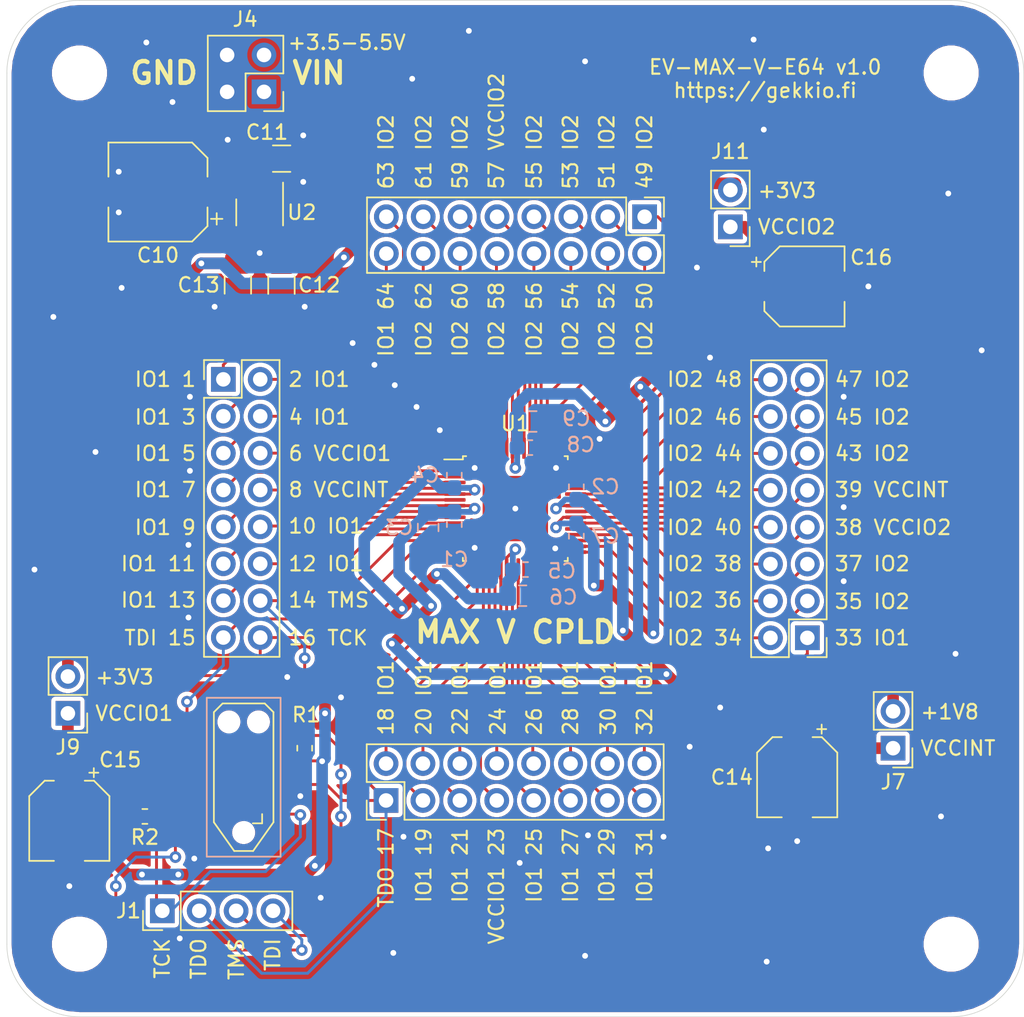
<source format=kicad_pcb>
(kicad_pcb (version 20171130) (host pcbnew 5.1.6-c6e7f7d~87~ubuntu20.04.1)
  (title_block (title EV-MAX-V-E64) (date 2020-07-16) (rev v1.0) (company https://gekkio.fi))
  (layers (0 F.Cu signal) (31 B.Cu signal) (34 B.Paste user) (35 F.Paste user) (36 B.SilkS user) (37 F.SilkS user) (38 B.Mask user) (39 F.Mask user) (44 Edge.Cuts user))
  (net 0 "")
  (net 1 GND)
  (net 2 /VIN)
  (net 3 +1V8)
  (net 4 +3V3)
  (net 5 /TDI)
  (net 6 /TMS)
  (net 7 /VCCIO1)
  (net 8 /TDO)
  (net 9 /TCK)
  (net 10 /VCCINT)
  (net 11 /VCCIO2)
  (net 12 /MAX_64)
  (net 13 /MAX_63)
  (net 14 /MAX_62)
  (net 15 /MAX_61)
  (net 16 /MAX_60)
  (net 17 /MAX_59)
  (net 18 /MAX_58)
  (net 19 /MAX_56)
  (net 20 /MAX_55)
  (net 21 /MAX_54)
  (net 22 /MAX_53)
  (net 23 /MAX_52)
  (net 24 /MAX_51)
  (net 25 /MAX_50)
  (net 26 /MAX_49)
  (net 27 /MAX_48)
  (net 28 /MAX_47)
  (net 29 /MAX_46)
  (net 30 /MAX_45)
  (net 31 /MAX_44)
  (net 32 /MAX_43)
  (net 33 /MAX_42)
  (net 34 /MAX_40)
  (net 35 /MAX_38)
  (net 36 /MAX_37)
  (net 37 /MAX_36)
  (net 38 /MAX_35)
  (net 39 /MAX_34)
  (net 40 /MAX_33)
  (net 41 /MAX_32)
  (net 42 /MAX_31)
  (net 43 /MAX_30)
  (net 44 /MAX_29)
  (net 45 /MAX_28)
  (net 46 /MAX_27)
  (net 47 /MAX_26)
  (net 48 /MAX_25)
  (net 49 /MAX_24)
  (net 50 /MAX_22)
  (net 51 /MAX_21)
  (net 52 /MAX_20)
  (net 53 /MAX_19)
  (net 54 /MAX_18)
  (net 55 /MAX_13)
  (net 56 /MAX_12)
  (net 57 /MAX_11)
  (net 58 /MAX_10)
  (net 59 /MAX_9)
  (net 60 /MAX_7)
  (net 61 /MAX_5)
  (net 62 /MAX_4)
  (net 63 /MAX_3)
  (net 64 /MAX_2)
  (net 65 /MAX_1)
  (module Gekkio_Package_QFP:EQFP-64-1EP_7x7mm_P0.4mm_EP4.5x4.5mm (layer F.Cu) (at 100 100)
    (fp_text reference U1 (at 0 -5.85) (layer F.SilkS))
    (fp_text value 5M160ZE64)
    (pad 65 smd rect (at 0 0) (size 4.5 4.5) (layers F.Cu F.Mask) (net 1 GND))
    (pad 64 smd roundrect (at -3 -4.1625) (size 0.25 1.475) (layers F.Cu F.Paste F.Mask) (net 12 /MAX_64))
    (pad 63 smd roundrect (at -2.6 -4.1625) (size 0.25 1.475) (layers F.Cu F.Paste F.Mask) (net 13 /MAX_63))
    (pad 62 smd roundrect (at -2.2 -4.1625) (size 0.25 1.475) (layers F.Cu F.Paste F.Mask) (net 14 /MAX_62))
    (pad 61 smd roundrect (at -1.8 -4.1625) (size 0.25 1.475) (layers F.Cu F.Paste F.Mask) (net 15 /MAX_61))
    (pad 60 smd roundrect (at -1.4 -4.1625) (size 0.25 1.475) (layers F.Cu F.Paste F.Mask) (net 16 /MAX_60))
    (pad 59 smd roundrect (at -1 -4.1625) (size 0.25 1.475) (layers F.Cu F.Paste F.Mask) (net 17 /MAX_59))
    (pad 58 smd roundrect (at -0.6 -4.1625) (size 0.25 1.475) (layers F.Cu F.Paste F.Mask) (net 18 /MAX_58))
    (pad 57 smd roundrect (at -0.2 -4.1625) (size 0.25 1.475) (layers F.Cu F.Paste F.Mask) (net 11 /VCCIO2))
    (pad 56 smd roundrect (at 0.2 -4.1625) (size 0.25 1.475) (layers F.Cu F.Paste F.Mask) (net 19 /MAX_56))
    (pad 55 smd roundrect (at 0.6 -4.1625) (size 0.25 1.475) (layers F.Cu F.Paste F.Mask) (net 20 /MAX_55))
    (pad 54 smd roundrect (at 1 -4.1625) (size 0.25 1.475) (layers F.Cu F.Paste F.Mask) (net 21 /MAX_54))
    (pad 53 smd roundrect (at 1.4 -4.1625) (size 0.25 1.475) (layers F.Cu F.Paste F.Mask) (net 22 /MAX_53))
    (pad 52 smd roundrect (at 1.8 -4.1625) (size 0.25 1.475) (layers F.Cu F.Paste F.Mask) (net 23 /MAX_52))
    (pad 51 smd roundrect (at 2.2 -4.1625) (size 0.25 1.475) (layers F.Cu F.Paste F.Mask) (net 24 /MAX_51))
    (pad 50 smd roundrect (at 2.6 -4.1625) (size 0.25 1.475) (layers F.Cu F.Paste F.Mask) (net 25 /MAX_50))
    (pad 49 smd roundrect (at 3 -4.1625) (size 0.25 1.475) (layers F.Cu F.Paste F.Mask) (net 26 /MAX_49))
    (pad 48 smd roundrect (at 4.1625 -3) (size 1.475 0.25) (layers F.Cu F.Paste F.Mask) (net 27 /MAX_48))
    (pad 47 smd roundrect (at 4.1625 -2.6) (size 1.475 0.25) (layers F.Cu F.Paste F.Mask) (net 28 /MAX_47))
    (pad 46 smd roundrect (at 4.1625 -2.2) (size 1.475 0.25) (layers F.Cu F.Paste F.Mask) (net 29 /MAX_46))
    (pad 45 smd roundrect (at 4.1625 -1.8) (size 1.475 0.25) (layers F.Cu F.Paste F.Mask) (net 30 /MAX_45))
    (pad 44 smd roundrect (at 4.1625 -1.4) (size 1.475 0.25) (layers F.Cu F.Paste F.Mask) (net 31 /MAX_44))
    (pad 43 smd roundrect (at 4.1625 -1) (size 1.475 0.25) (layers F.Cu F.Paste F.Mask) (net 32 /MAX_43))
    (pad 42 smd roundrect (at 4.1625 -0.6) (size 1.475 0.25) (layers F.Cu F.Paste F.Mask) (net 33 /MAX_42))
    (pad 41 smd roundrect (at 4.1625 -0.2) (size 1.475 0.25) (layers F.Cu F.Paste F.Mask) (net 10 /VCCINT))
    (pad 40 smd roundrect (at 4.1625 0.2) (size 1.475 0.25) (layers F.Cu F.Paste F.Mask) (net 34 /MAX_40))
    (pad 39 smd roundrect (at 4.1625 0.6) (size 1.475 0.25) (layers F.Cu F.Paste F.Mask) (net 11 /VCCIO2))
    (pad 38 smd roundrect (at 4.1625 1) (size 1.475 0.25) (layers F.Cu F.Paste F.Mask) (net 35 /MAX_38))
    (pad 37 smd roundrect (at 4.1625 1.4) (size 1.475 0.25) (layers F.Cu F.Paste F.Mask) (net 36 /MAX_37))
    (pad 36 smd roundrect (at 4.1625 1.8) (size 1.475 0.25) (layers F.Cu F.Paste F.Mask) (net 37 /MAX_36))
    (pad 35 smd roundrect (at 4.1625 2.2) (size 1.475 0.25) (layers F.Cu F.Paste F.Mask) (net 38 /MAX_35))
    (pad 34 smd roundrect (at 4.1625 2.6) (size 1.475 0.25) (layers F.Cu F.Paste F.Mask) (net 39 /MAX_34))
    (pad 33 smd roundrect (at 4.1625 3) (size 1.475 0.25) (layers F.Cu F.Paste F.Mask) (net 40 /MAX_33))
    (pad 32 smd roundrect (at 3 4.1625) (size 0.25 1.475) (layers F.Cu F.Paste F.Mask) (net 41 /MAX_32))
    (pad 31 smd roundrect (at 2.6 4.1625) (size 0.25 1.475) (layers F.Cu F.Paste F.Mask) (net 42 /MAX_31))
    (pad 30 smd roundrect (at 2.2 4.1625) (size 0.25 1.475) (layers F.Cu F.Paste F.Mask) (net 43 /MAX_30))
    (pad 29 smd roundrect (at 1.8 4.1625) (size 0.25 1.475) (layers F.Cu F.Paste F.Mask) (net 44 /MAX_29))
    (pad 28 smd roundrect (at 1.4 4.1625) (size 0.25 1.475) (layers F.Cu F.Paste F.Mask) (net 45 /MAX_28))
    (pad 27 smd roundrect (at 1 4.1625) (size 0.25 1.475) (layers F.Cu F.Paste F.Mask) (net 46 /MAX_27))
    (pad 26 smd roundrect (at 0.6 4.1625) (size 0.25 1.475) (layers F.Cu F.Paste F.Mask) (net 47 /MAX_26))
    (pad 25 smd roundrect (at 0.2 4.1625) (size 0.25 1.475) (layers F.Cu F.Paste F.Mask) (net 48 /MAX_25))
    (pad 24 smd roundrect (at -0.2 4.1625) (size 0.25 1.475) (layers F.Cu F.Paste F.Mask) (net 49 /MAX_24))
    (pad 23 smd roundrect (at -0.6 4.1625) (size 0.25 1.475) (layers F.Cu F.Paste F.Mask) (net 7 /VCCIO1))
    (pad 22 smd roundrect (at -1 4.1625) (size 0.25 1.475) (layers F.Cu F.Paste F.Mask) (net 50 /MAX_22))
    (pad 21 smd roundrect (at -1.4 4.1625) (size 0.25 1.475) (layers F.Cu F.Paste F.Mask) (net 51 /MAX_21))
    (pad 20 smd roundrect (at -1.8 4.1625) (size 0.25 1.475) (layers F.Cu F.Paste F.Mask) (net 52 /MAX_20))
    (pad 19 smd roundrect (at -2.2 4.1625) (size 0.25 1.475) (layers F.Cu F.Paste F.Mask) (net 53 /MAX_19))
    (pad 18 smd roundrect (at -2.6 4.1625) (size 0.25 1.475) (layers F.Cu F.Paste F.Mask) (net 54 /MAX_18))
    (pad 17 smd roundrect (at -3 4.1625) (size 0.25 1.475) (layers F.Cu F.Paste F.Mask) (net 8 /TDO))
    (pad 16 smd roundrect (at -4.1625 3) (size 1.475 0.25) (layers F.Cu F.Paste F.Mask) (net 9 /TCK))
    (pad 15 smd roundrect (at -4.1625 2.6) (size 1.475 0.25) (layers F.Cu F.Paste F.Mask) (net 5 /TDI))
    (pad 14 smd roundrect (at -4.1625 2.2) (size 1.475 0.25) (layers F.Cu F.Paste F.Mask) (net 6 /TMS))
    (pad 13 smd roundrect (at -4.1625 1.8) (size 1.475 0.25) (layers F.Cu F.Paste F.Mask) (net 55 /MAX_13))
    (pad 12 smd roundrect (at -4.1625 1.4) (size 1.475 0.25) (layers F.Cu F.Paste F.Mask) (net 56 /MAX_12))
    (pad 11 smd roundrect (at -4.1625 1) (size 1.475 0.25) (layers F.Cu F.Paste F.Mask) (net 57 /MAX_11))
    (pad 10 smd roundrect (at -4.1625 0.6) (size 1.475 0.25) (layers F.Cu F.Paste F.Mask) (net 58 /MAX_10))
    (pad 9 smd roundrect (at -4.1625 0.2) (size 1.475 0.25) (layers F.Cu F.Paste F.Mask) (net 59 /MAX_9))
    (pad 8 smd roundrect (at -4.1625 -0.2) (size 1.475 0.25) (layers F.Cu F.Paste F.Mask) (net 10 /VCCINT))
    (pad 7 smd roundrect (at -4.1625 -0.6) (size 1.475 0.25) (layers F.Cu F.Paste F.Mask) (net 60 /MAX_7))
    (pad 6 smd roundrect (at -4.1625 -1) (size 1.475 0.25) (layers F.Cu F.Paste F.Mask) (net 7 /VCCIO1))
    (pad 5 smd roundrect (at -4.1625 -1.4) (size 1.475 0.25) (layers F.Cu F.Paste F.Mask) (net 61 /MAX_5))
    (pad 4 smd roundrect (at -4.1625 -1.8) (size 1.475 0.25) (layers F.Cu F.Paste F.Mask) (net 62 /MAX_4))
    (pad 3 smd roundrect (at -4.1625 -2.2) (size 1.475 0.25) (layers F.Cu F.Paste F.Mask) (net 63 /MAX_3))
    (pad 2 smd roundrect (at -4.1625 -2.6) (size 1.475 0.25) (layers F.Cu F.Paste F.Mask) (net 64 /MAX_2))
    (pad 1 smd roundrect (at -4.1625 -3) (size 1.475 0.25) (layers F.Cu F.Paste F.Mask) (net 65 /MAX_1))
  )
  (module Capacitor_SMD:CP_Elec_5x5.8 (layer F.Cu) (at 119.9 84.7)
    (fp_text reference C16 (at 4.6 -2) (layer F.SilkS))
    (fp_text value 47uF)
    (pad 2 smd roundrect (at 2.2 0) (size 3 1.6) (layers F.Cu F.Paste F.Mask) (roundrect_rratio 0.15625) (net 1 GND))
    (pad 1 smd roundrect (at -2.2 0) (size 3 1.6) (layers F.Cu F.Paste F.Mask) (roundrect_rratio 0.15625) (net 11 /VCCIO2))
  )
  (module Capacitor_SMD:CP_Elec_5x5.8 (layer F.Cu) (at 69.3 121.5 270)
    (fp_text reference C15 (at -4.2 -3.5 180) (layer F.SilkS))
    (fp_text value 47uF)
    (pad 2 smd roundrect (at 2.2 0 270) (size 3 1.6) (layers F.Cu F.Paste F.Mask) (roundrect_rratio 0.15625) (net 1 GND))
    (pad 1 smd roundrect (at -2.2 0 270) (size 3 1.6) (layers F.Cu F.Paste F.Mask) (roundrect_rratio 0.15625) (net 7 /VCCIO1))
  )
  (module Capacitor_SMD:CP_Elec_5x5.8 (layer F.Cu) (at 119.4 118.5 270)
    (fp_text reference C14 (at 0 4.5 180) (layer F.SilkS))
    (fp_text value 47uF)
    (pad 2 smd roundrect (at 2.2 0 270) (size 3 1.6) (layers F.Cu F.Paste F.Mask) (roundrect_rratio 0.15625) (net 1 GND))
    (pad 1 smd roundrect (at -2.2 0 270) (size 3 1.6) (layers F.Cu F.Paste F.Mask) (roundrect_rratio 0.15625) (net 10 /VCCINT))
  )
  (module MountingHole:MountingHole_3.2mm_M3 (layer F.Cu) (at 130 130)
    (fp_text reference H4 hide)
    (fp_text value DNP)
    (pad 1 np_thru_hole circle (at 0 0) (size 3.2 3.2) (drill 3.2) (layers *.Cu *.Mask))
  )
  (module MountingHole:MountingHole_3.2mm_M3 (layer F.Cu) (at 130 70)
    (fp_text reference H3 hide)
    (fp_text value DNP)
    (pad 1 np_thru_hole circle (at 0 0) (size 3.2 3.2) (drill 3.2) (layers *.Cu *.Mask))
  )
  (module MountingHole:MountingHole_3.2mm_M3 (layer F.Cu) (at 70 130)
    (fp_text reference H2 hide)
    (fp_text value DNP)
    (pad 1 np_thru_hole circle (at 0 0) (size 3.2 3.2) (drill 3.2) (layers *.Cu *.Mask))
  )
  (module MountingHole:MountingHole_3.2mm_M3 (layer F.Cu) (at 70 70)
    (fp_text reference H1 hide)
    (fp_text value DNP)
    (pad 1 np_thru_hole circle (at 0 0) (size 3.2 3.2) (drill 3.2) (layers *.Cu *.Mask))
  )
  (module Connector:Tag-Connect_TC2050-IDC-NL_2x05_P1.27mm_Vertical_with_bottom_clip (layer F.Cu) (at 81.3 118.5 90)
    (fp_text reference J2 hide)
    (fp_text value TC2050_JTAG)
    (pad 10 connect circle (at -2.54 -0.635 90) (size 0.7874 0.7874) (layers F.Cu F.Mask) (net 1 GND))
    (pad 9 connect circle (at -1.27 -0.635 90) (size 0.7874 0.7874) (layers F.Cu F.Mask) (net 5 /TDI))
    (pad 8 connect circle (at 0 -0.635 90) (size 0.7874 0.7874) (layers F.Cu F.Mask))
    (pad 7 connect circle (at 1.27 -0.635 90) (size 0.7874 0.7874) (layers F.Cu F.Mask))
    (pad 6 connect circle (at 2.54 -0.635 90) (size 0.7874 0.7874) (layers F.Cu F.Mask))
    (pad 5 connect circle (at 2.54 0.635 90) (size 0.7874 0.7874) (layers F.Cu F.Mask) (net 6 /TMS))
    (pad 4 connect circle (at 1.27 0.635 90) (size 0.7874 0.7874) (layers F.Cu F.Mask) (net 7 /VCCIO1))
    (pad 3 connect circle (at 0 0.635 90) (size 0.7874 0.7874) (layers F.Cu F.Mask) (net 8 /TDO))
    (pad 2 connect circle (at -1.27 0.635 90) (size 0.7874 0.7874) (layers F.Cu F.Mask) (net 1 GND))
    (pad 1 connect circle (at -2.54 0.635 90) (size 0.7874 0.7874) (layers F.Cu F.Mask) (net 9 /TCK))
    (pad "" np_thru_hole circle (at -3.81 0 90) (size 0.9906 0.9906) (drill 0.9906) (layers *.Cu *.Mask))
    (pad "" np_thru_hole circle (at 3.81 1.016 90) (size 0.9906 0.9906) (drill 0.9906) (layers *.Cu *.Mask))
    (pad "" np_thru_hole circle (at 3.81 -1.016 90) (size 0.9906 0.9906) (drill 0.9906) (layers *.Cu *.Mask))
  )
  (module Connector_PinHeader_2.54mm:PinHeader_1x04_P2.54mm_Vertical (layer F.Cu) (at 75.7 127.7 90)
    (fp_text reference J1 (at 0 -2.33 180) (layer F.SilkS))
    (fp_text value JTAG)
    (pad 4 thru_hole oval (at 0 7.62 90) (size 1.7 1.7) (drill 1) (layers *.Cu *.Mask) (net 5 /TDI))
    (pad 3 thru_hole oval (at 0 5.08 90) (size 1.7 1.7) (drill 1) (layers *.Cu *.Mask) (net 6 /TMS))
    (pad 2 thru_hole oval (at 0 2.54 90) (size 1.7 1.7) (drill 1) (layers *.Cu *.Mask) (net 8 /TDO))
    (pad 1 thru_hole rect (at 0 0 90) (size 1.7 1.7) (drill 1) (layers *.Cu *.Mask) (net 9 /TCK))
  )
  (module Connector_PinHeader_2.54mm:PinHeader_2x08_P2.54mm_Vertical (layer F.Cu) (at 108.9 79.9 270)
    (fp_text reference J13 hide)
    (fp_text value Conn_02x08_Odd_Even)
    (pad 16 thru_hole oval (at 2.54 17.78 270) (size 1.7 1.7) (drill 1) (layers *.Cu *.Mask) (net 12 /MAX_64))
    (pad 15 thru_hole oval (at 0 17.78 270) (size 1.7 1.7) (drill 1) (layers *.Cu *.Mask) (net 13 /MAX_63))
    (pad 14 thru_hole oval (at 2.54 15.24 270) (size 1.7 1.7) (drill 1) (layers *.Cu *.Mask) (net 14 /MAX_62))
    (pad 13 thru_hole oval (at 0 15.24 270) (size 1.7 1.7) (drill 1) (layers *.Cu *.Mask) (net 15 /MAX_61))
    (pad 12 thru_hole oval (at 2.54 12.7 270) (size 1.7 1.7) (drill 1) (layers *.Cu *.Mask) (net 16 /MAX_60))
    (pad 11 thru_hole oval (at 0 12.7 270) (size 1.7 1.7) (drill 1) (layers *.Cu *.Mask) (net 17 /MAX_59))
    (pad 10 thru_hole oval (at 2.54 10.16 270) (size 1.7 1.7) (drill 1) (layers *.Cu *.Mask) (net 18 /MAX_58))
    (pad 9 thru_hole oval (at 0 10.16 270) (size 1.7 1.7) (drill 1) (layers *.Cu *.Mask) (net 11 /VCCIO2))
    (pad 8 thru_hole oval (at 2.54 7.62 270) (size 1.7 1.7) (drill 1) (layers *.Cu *.Mask) (net 19 /MAX_56))
    (pad 7 thru_hole oval (at 0 7.62 270) (size 1.7 1.7) (drill 1) (layers *.Cu *.Mask) (net 20 /MAX_55))
    (pad 6 thru_hole oval (at 2.54 5.08 270) (size 1.7 1.7) (drill 1) (layers *.Cu *.Mask) (net 21 /MAX_54))
    (pad 5 thru_hole oval (at 0 5.08 270) (size 1.7 1.7) (drill 1) (layers *.Cu *.Mask) (net 22 /MAX_53))
    (pad 4 thru_hole oval (at 2.54 2.54 270) (size 1.7 1.7) (drill 1) (layers *.Cu *.Mask) (net 23 /MAX_52))
    (pad 3 thru_hole oval (at 0 2.54 270) (size 1.7 1.7) (drill 1) (layers *.Cu *.Mask) (net 24 /MAX_51))
    (pad 2 thru_hole oval (at 2.54 0 270) (size 1.7 1.7) (drill 1) (layers *.Cu *.Mask) (net 25 /MAX_50))
    (pad 1 thru_hole rect (at 0 0 270) (size 1.7 1.7) (drill 1) (layers *.Cu *.Mask) (net 26 /MAX_49))
  )
  (module Connector_PinHeader_2.54mm:PinHeader_2x08_P2.54mm_Vertical (layer F.Cu) (at 120.1 108.9 180)
    (fp_text reference J10 hide)
    (fp_text value Conn_02x08_Odd_Even)
    (pad 16 thru_hole oval (at 2.54 17.78 180) (size 1.7 1.7) (drill 1) (layers *.Cu *.Mask) (net 27 /MAX_48))
    (pad 15 thru_hole oval (at 0 17.78 180) (size 1.7 1.7) (drill 1) (layers *.Cu *.Mask) (net 28 /MAX_47))
    (pad 14 thru_hole oval (at 2.54 15.24 180) (size 1.7 1.7) (drill 1) (layers *.Cu *.Mask) (net 29 /MAX_46))
    (pad 13 thru_hole oval (at 0 15.24 180) (size 1.7 1.7) (drill 1) (layers *.Cu *.Mask) (net 30 /MAX_45))
    (pad 12 thru_hole oval (at 2.54 12.7 180) (size 1.7 1.7) (drill 1) (layers *.Cu *.Mask) (net 31 /MAX_44))
    (pad 11 thru_hole oval (at 0 12.7 180) (size 1.7 1.7) (drill 1) (layers *.Cu *.Mask) (net 32 /MAX_43))
    (pad 10 thru_hole oval (at 2.54 10.16 180) (size 1.7 1.7) (drill 1) (layers *.Cu *.Mask) (net 33 /MAX_42))
    (pad 9 thru_hole oval (at 0 10.16 180) (size 1.7 1.7) (drill 1) (layers *.Cu *.Mask) (net 10 /VCCINT))
    (pad 8 thru_hole oval (at 2.54 7.62 180) (size 1.7 1.7) (drill 1) (layers *.Cu *.Mask) (net 34 /MAX_40))
    (pad 7 thru_hole oval (at 0 7.62 180) (size 1.7 1.7) (drill 1) (layers *.Cu *.Mask) (net 11 /VCCIO2))
    (pad 6 thru_hole oval (at 2.54 5.08 180) (size 1.7 1.7) (drill 1) (layers *.Cu *.Mask) (net 35 /MAX_38))
    (pad 5 thru_hole oval (at 0 5.08 180) (size 1.7 1.7) (drill 1) (layers *.Cu *.Mask) (net 36 /MAX_37))
    (pad 4 thru_hole oval (at 2.54 2.54 180) (size 1.7 1.7) (drill 1) (layers *.Cu *.Mask) (net 37 /MAX_36))
    (pad 3 thru_hole oval (at 0 2.54 180) (size 1.7 1.7) (drill 1) (layers *.Cu *.Mask) (net 38 /MAX_35))
    (pad 2 thru_hole oval (at 2.54 0 180) (size 1.7 1.7) (drill 1) (layers *.Cu *.Mask) (net 39 /MAX_34))
    (pad 1 thru_hole rect (at 0 0 180) (size 1.7 1.7) (drill 1) (layers *.Cu *.Mask) (net 40 /MAX_33))
  )
  (module Connector_PinHeader_2.54mm:PinHeader_2x08_P2.54mm_Vertical (layer F.Cu) (at 91.1 120.1 90)
    (fp_text reference J6 hide)
    (fp_text value Conn_02x08_Odd_Even)
    (pad 16 thru_hole oval (at 2.54 17.78 90) (size 1.7 1.7) (drill 1) (layers *.Cu *.Mask) (net 41 /MAX_32))
    (pad 15 thru_hole oval (at 0 17.78 90) (size 1.7 1.7) (drill 1) (layers *.Cu *.Mask) (net 42 /MAX_31))
    (pad 14 thru_hole oval (at 2.54 15.24 90) (size 1.7 1.7) (drill 1) (layers *.Cu *.Mask) (net 43 /MAX_30))
    (pad 13 thru_hole oval (at 0 15.24 90) (size 1.7 1.7) (drill 1) (layers *.Cu *.Mask) (net 44 /MAX_29))
    (pad 12 thru_hole oval (at 2.54 12.7 90) (size 1.7 1.7) (drill 1) (layers *.Cu *.Mask) (net 45 /MAX_28))
    (pad 11 thru_hole oval (at 0 12.7 90) (size 1.7 1.7) (drill 1) (layers *.Cu *.Mask) (net 46 /MAX_27))
    (pad 10 thru_hole oval (at 2.54 10.16 90) (size 1.7 1.7) (drill 1) (layers *.Cu *.Mask) (net 47 /MAX_26))
    (pad 9 thru_hole oval (at 0 10.16 90) (size 1.7 1.7) (drill 1) (layers *.Cu *.Mask) (net 48 /MAX_25))
    (pad 8 thru_hole oval (at 2.54 7.62 90) (size 1.7 1.7) (drill 1) (layers *.Cu *.Mask) (net 49 /MAX_24))
    (pad 7 thru_hole oval (at 0 7.62 90) (size 1.7 1.7) (drill 1) (layers *.Cu *.Mask) (net 7 /VCCIO1))
    (pad 6 thru_hole oval (at 2.54 5.08 90) (size 1.7 1.7) (drill 1) (layers *.Cu *.Mask) (net 50 /MAX_22))
    (pad 5 thru_hole oval (at 0 5.08 90) (size 1.7 1.7) (drill 1) (layers *.Cu *.Mask) (net 51 /MAX_21))
    (pad 4 thru_hole oval (at 2.54 2.54 90) (size 1.7 1.7) (drill 1) (layers *.Cu *.Mask) (net 52 /MAX_20))
    (pad 3 thru_hole oval (at 0 2.54 90) (size 1.7 1.7) (drill 1) (layers *.Cu *.Mask) (net 53 /MAX_19))
    (pad 2 thru_hole oval (at 2.54 0 90) (size 1.7 1.7) (drill 1) (layers *.Cu *.Mask) (net 54 /MAX_18))
    (pad 1 thru_hole rect (at 0 0 90) (size 1.7 1.7) (drill 1) (layers *.Cu *.Mask) (net 8 /TDO))
  )
  (module Connector_PinHeader_2.54mm:PinHeader_2x08_P2.54mm_Vertical (layer F.Cu) (at 79.9 91.1)
    (fp_text reference J3 hide)
    (fp_text value Conn_02x08_Odd_Even)
    (pad 16 thru_hole oval (at 2.54 17.78) (size 1.7 1.7) (drill 1) (layers *.Cu *.Mask) (net 9 /TCK))
    (pad 15 thru_hole oval (at 0 17.78) (size 1.7 1.7) (drill 1) (layers *.Cu *.Mask) (net 5 /TDI))
    (pad 14 thru_hole oval (at 2.54 15.24) (size 1.7 1.7) (drill 1) (layers *.Cu *.Mask) (net 6 /TMS))
    (pad 13 thru_hole oval (at 0 15.24) (size 1.7 1.7) (drill 1) (layers *.Cu *.Mask) (net 55 /MAX_13))
    (pad 12 thru_hole oval (at 2.54 12.7) (size 1.7 1.7) (drill 1) (layers *.Cu *.Mask) (net 56 /MAX_12))
    (pad 11 thru_hole oval (at 0 12.7) (size 1.7 1.7) (drill 1) (layers *.Cu *.Mask) (net 57 /MAX_11))
    (pad 10 thru_hole oval (at 2.54 10.16) (size 1.7 1.7) (drill 1) (layers *.Cu *.Mask) (net 58 /MAX_10))
    (pad 9 thru_hole oval (at 0 10.16) (size 1.7 1.7) (drill 1) (layers *.Cu *.Mask) (net 59 /MAX_9))
    (pad 8 thru_hole oval (at 2.54 7.62) (size 1.7 1.7) (drill 1) (layers *.Cu *.Mask) (net 10 /VCCINT))
    (pad 7 thru_hole oval (at 0 7.62) (size 1.7 1.7) (drill 1) (layers *.Cu *.Mask) (net 60 /MAX_7))
    (pad 6 thru_hole oval (at 2.54 5.08) (size 1.7 1.7) (drill 1) (layers *.Cu *.Mask) (net 7 /VCCIO1))
    (pad 5 thru_hole oval (at 0 5.08) (size 1.7 1.7) (drill 1) (layers *.Cu *.Mask) (net 61 /MAX_5))
    (pad 4 thru_hole oval (at 2.54 2.54) (size 1.7 1.7) (drill 1) (layers *.Cu *.Mask) (net 62 /MAX_4))
    (pad 3 thru_hole oval (at 0 2.54) (size 1.7 1.7) (drill 1) (layers *.Cu *.Mask) (net 63 /MAX_3))
    (pad 2 thru_hole oval (at 2.54 0) (size 1.7 1.7) (drill 1) (layers *.Cu *.Mask) (net 64 /MAX_2))
    (pad 1 thru_hole rect (at 0 0) (size 1.7 1.7) (drill 1) (layers *.Cu *.Mask) (net 65 /MAX_1))
  )
  (module Capacitor_SMD:C_0805_2012Metric_Pad1.15x1.40mm_HandSolder (layer B.Cu) (at 101.2 94)
    (fp_text reference C9 (at 3 -0.2) (layer B.SilkS) (effects (justify mirror)))
    (fp_text value 4.7uF)
    (pad 2 smd roundrect (at 1.025 0) (size 1.15 1.4) (layers B.Cu B.Paste B.Mask) (roundrect_rratio 0.217391) (net 1 GND))
    (pad 1 smd roundrect (at -1.025 0) (size 1.15 1.4) (layers B.Cu B.Paste B.Mask) (roundrect_rratio 0.217391) (net 11 /VCCIO2))
  )
  (module Capacitor_SMD:C_0603_1608Metric_Pad1.05x0.95mm_HandSolder (layer B.Cu) (at 101 95.8)
    (fp_text reference C8 (at 3.5 -0.2) (layer B.SilkS) (effects (justify mirror)))
    (fp_text value 100nF)
    (pad 2 smd roundrect (at 0.875 0) (size 1.05 0.95) (layers B.Cu B.Paste B.Mask) (net 1 GND))
    (pad 1 smd roundrect (at -0.875 0) (size 1.05 0.95) (layers B.Cu B.Paste B.Mask) (net 11 /VCCIO2))
  )
  (module Capacitor_SMD:C_0603_1608Metric_Pad1.05x0.95mm_HandSolder (layer B.Cu) (at 104.2 101.9 270)
    (fp_text reference C7 (at 0 -2 180) (layer B.SilkS) (effects (justify mirror)))
    (fp_text value 100nF)
    (pad 2 smd roundrect (at 0.875 0 270) (size 1.05 0.95) (layers B.Cu B.Paste B.Mask) (net 1 GND))
    (pad 1 smd roundrect (at -0.875 0 270) (size 1.05 0.95) (layers B.Cu B.Paste B.Mask) (net 11 /VCCIO2))
  )
  (module Capacitor_SMD:C_0805_2012Metric_Pad1.15x1.40mm_HandSolder (layer B.Cu) (at 100.5 106)
    (fp_text reference C6 (at 2.8 0.1) (layer B.SilkS) (effects (justify mirror)))
    (fp_text value 4.7uF)
    (pad 2 smd roundrect (at 1.025 0) (size 1.15 1.4) (layers B.Cu B.Paste B.Mask) (roundrect_rratio 0.217391) (net 1 GND))
    (pad 1 smd roundrect (at -1.025 0) (size 1.15 1.4) (layers B.Cu B.Paste B.Mask) (roundrect_rratio 0.217391) (net 7 /VCCIO1))
  )
  (module Capacitor_SMD:C_0603_1608Metric_Pad1.05x0.95mm_HandSolder (layer B.Cu) (at 100.7 104.2)
    (fp_text reference C5 (at 2.5 0.1 180) (layer B.SilkS) (effects (justify mirror)))
    (fp_text value 100nF)
    (pad 2 smd roundrect (at 0.875 0) (size 1.05 0.95) (layers B.Cu B.Paste B.Mask) (net 1 GND))
    (pad 1 smd roundrect (at -0.875 0) (size 1.05 0.95) (layers B.Cu B.Paste B.Mask) (net 7 /VCCIO1))
  )
  (module Capacitor_SMD:C_0603_1608Metric_Pad1.05x0.95mm_HandSolder (layer B.Cu) (at 95.8 97.7 90)
    (fp_text reference C4 (at 0 -2) (layer B.SilkS) (effects (justify mirror)))
    (fp_text value 100nF)
    (pad 2 smd roundrect (at 0.875 0 90) (size 1.05 0.95) (layers B.Cu B.Paste B.Mask) (net 1 GND))
    (pad 1 smd roundrect (at -0.875 0 90) (size 1.05 0.95) (layers B.Cu B.Paste B.Mask) (net 7 /VCCIO1))
  )
  (module Capacitor_SMD:C_0805_2012Metric_Pad1.15x1.40mm_HandSolder (layer B.Cu) (at 94 101.3 270)
    (fp_text reference C3 (at 0 2) (layer B.SilkS) (effects (justify mirror)))
    (fp_text value 4.7uF)
    (pad 2 smd roundrect (at 1.025 0 270) (size 1.15 1.4) (layers B.Cu B.Paste B.Mask) (roundrect_rratio 0.217391) (net 1 GND))
    (pad 1 smd roundrect (at -1.025 0 270) (size 1.15 1.4) (layers B.Cu B.Paste B.Mask) (roundrect_rratio 0.217391) (net 10 /VCCINT))
  )
  (module Capacitor_SMD:C_0603_1608Metric_Pad1.05x0.95mm_HandSolder (layer B.Cu) (at 104.2 98.5 90)
    (fp_text reference C2 (at 0 2 180) (layer B.SilkS) (effects (justify mirror)))
    (fp_text value 100nF)
    (pad 2 smd roundrect (at 0.875 0 90) (size 1.05 0.95) (layers B.Cu B.Paste B.Mask) (net 1 GND))
    (pad 1 smd roundrect (at -0.875 0 90) (size 1.05 0.95) (layers B.Cu B.Paste B.Mask) (net 10 /VCCINT))
  )
  (module Capacitor_SMD:C_0603_1608Metric_Pad1.05x0.95mm_HandSolder (layer B.Cu) (at 95.8 101.1 270)
    (fp_text reference C1 (at 2.4 0 180) (layer B.SilkS) (effects (justify mirror)))
    (fp_text value 100nF)
    (pad 2 smd roundrect (at 0.875 0 270) (size 1.05 0.95) (layers B.Cu B.Paste B.Mask) (net 1 GND))
    (pad 1 smd roundrect (at -0.875 0 270) (size 1.05 0.95) (layers B.Cu B.Paste B.Mask) (net 10 /VCCINT))
  )
  (module Package_TO_SOT_SMD:SOT-23-6_Handsoldering (layer F.Cu) (at 82.4 79.6 270)
    (fp_text reference U2 (at 0 -2.9 180) (layer F.SilkS))
    (fp_text value XC6420AB19MR)
    (pad 5 smd rect (at 1.35 0 270) (size 1.56 0.65) (layers F.Cu F.Paste F.Mask) (net 1 GND))
    (pad 6 smd rect (at 1.35 -0.95 270) (size 1.56 0.65) (layers F.Cu F.Paste F.Mask) (net 3 +1V8))
    (pad 4 smd rect (at 1.35 0.95 270) (size 1.56 0.65) (layers F.Cu F.Paste F.Mask) (net 4 +3V3))
    (pad 3 smd rect (at -1.35 0.95 270) (size 1.56 0.65) (layers F.Cu F.Paste F.Mask) (net 2 /VIN))
    (pad 2 smd rect (at -1.35 0 270) (size 1.56 0.65) (layers F.Cu F.Paste F.Mask) (net 2 /VIN))
    (pad 1 smd rect (at -1.35 -0.95 270) (size 1.56 0.65) (layers F.Cu F.Paste F.Mask) (net 2 /VIN))
  )
  (module Resistor_SMD:R_0603_1608Metric_Pad1.05x0.95mm_HandSolder (layer F.Cu) (at 74.5 121.2 180)
    (fp_text reference R2 (at 0 -1.43) (layer F.SilkS))
    (fp_text value 1k)
    (pad 2 smd roundrect (at 0.875 0 180) (size 1.05 0.95) (layers F.Cu F.Paste F.Mask) (net 1 GND))
    (pad 1 smd roundrect (at -0.875 0 180) (size 1.05 0.95) (layers F.Cu F.Paste F.Mask) (net 9 /TCK))
  )
  (module Resistor_SMD:R_0603_1608Metric_Pad1.05x0.95mm_HandSolder (layer F.Cu) (at 85.5 116.5 90)
    (fp_text reference R1 (at 2.3 0.1 180) (layer F.SilkS))
    (fp_text value 10k)
    (pad 2 smd roundrect (at 0.875 0 90) (size 1.05 0.95) (layers F.Cu F.Paste F.Mask) (net 6 /TMS))
    (pad 1 smd roundrect (at -0.875 0 90) (size 1.05 0.95) (layers F.Cu F.Paste F.Mask) (net 7 /VCCIO1))
  )
  (module Connector_PinHeader_2.54mm:PinHeader_2x02_P2.54mm_Vertical (layer F.Cu) (at 82.7 71.3 180)
    (fp_text reference J4 (at 1.3 5) (layer F.SilkS))
    (fp_text value Conn_02x02_Odd_Even)
    (pad 4 thru_hole oval (at 2.54 2.54 180) (size 1.7 1.7) (drill 1) (layers *.Cu *.Mask) (net 1 GND))
    (pad 3 thru_hole oval (at 0 2.54 180) (size 1.7 1.7) (drill 1) (layers *.Cu *.Mask) (net 2 /VIN))
    (pad 2 thru_hole oval (at 2.54 0 180) (size 1.7 1.7) (drill 1) (layers *.Cu *.Mask) (net 1 GND))
    (pad 1 thru_hole rect (at 0 0 180) (size 1.7 1.7) (drill 1) (layers *.Cu *.Mask) (net 2 /VIN))
  )
  (module Connector_PinHeader_2.54mm:PinHeader_1x02_P2.54mm_Vertical (layer F.Cu) (at 114.8 80.6 180)
    (fp_text reference J11 (at 0 5.2) (layer F.SilkS))
    (fp_text value Conn_01x02)
    (pad 2 thru_hole oval (at 0 2.54 180) (size 1.7 1.7) (drill 1) (layers *.Cu *.Mask) (net 4 +3V3))
    (pad 1 thru_hole rect (at 0 0 180) (size 1.7 1.7) (drill 1) (layers *.Cu *.Mask) (net 11 /VCCIO2))
  )
  (module Connector_PinHeader_2.54mm:PinHeader_1x02_P2.54mm_Vertical (layer F.Cu) (at 69.2 114.1 180)
    (fp_text reference J9 (at 0 -2.33) (layer F.SilkS))
    (fp_text value Conn_01x02)
    (pad 2 thru_hole oval (at 0 2.54 180) (size 1.7 1.7) (drill 1) (layers *.Cu *.Mask) (net 4 +3V3))
    (pad 1 thru_hole rect (at 0 0 180) (size 1.7 1.7) (drill 1) (layers *.Cu *.Mask) (net 7 /VCCIO1))
  )
  (module Connector_PinHeader_2.54mm:PinHeader_1x02_P2.54mm_Vertical (layer F.Cu) (at 126 116.5 180)
    (fp_text reference J7 (at 0 -2.33) (layer F.SilkS))
    (fp_text value Conn_01x02)
    (pad 2 thru_hole oval (at 0 2.54 180) (size 1.7 1.7) (drill 1) (layers *.Cu *.Mask) (net 3 +1V8))
    (pad 1 thru_hole rect (at 0 0 180) (size 1.7 1.7) (drill 1) (layers *.Cu *.Mask) (net 10 /VCCINT))
  )
  (module Capacitor_SMD:C_1206_3216Metric_Pad1.42x1.75mm_HandSolder (layer F.Cu) (at 80.9 84.6 270)
    (fp_text reference C13 (at 0 2.7 180) (layer F.SilkS))
    (fp_text value 10uF)
    (pad 2 smd roundrect (at 1.4875 0 270) (size 1.425 1.75) (layers F.Cu F.Paste F.Mask) (roundrect_rratio 0.175439) (net 1 GND))
    (pad 1 smd roundrect (at -1.4875 0 270) (size 1.425 1.75) (layers F.Cu F.Paste F.Mask) (roundrect_rratio 0.175439) (net 4 +3V3))
  )
  (module Capacitor_SMD:C_1206_3216Metric_Pad1.42x1.75mm_HandSolder (layer F.Cu) (at 83.9 84.6125 270)
    (fp_text reference C12 (at -0.0125 -2.6 180) (layer F.SilkS))
    (fp_text value 10uF)
    (pad 2 smd roundrect (at 1.4875 0 270) (size 1.425 1.75) (layers F.Cu F.Paste F.Mask) (roundrect_rratio 0.175439) (net 1 GND))
    (pad 1 smd roundrect (at -1.4875 0 270) (size 1.425 1.75) (layers F.Cu F.Paste F.Mask) (roundrect_rratio 0.175439) (net 3 +1V8))
  )
  (module Capacitor_SMD:C_1206_3216Metric_Pad1.42x1.75mm_HandSolder (layer F.Cu) (at 83.9125 75.9)
    (fp_text reference C11 (at -1.0125 -1.82) (layer F.SilkS))
    (fp_text value 10uF)
    (pad 2 smd roundrect (at 1.4875 0) (size 1.425 1.75) (layers F.Cu F.Paste F.Mask) (roundrect_rratio 0.175439) (net 1 GND))
    (pad 1 smd roundrect (at -1.4875 0) (size 1.425 1.75) (layers F.Cu F.Paste F.Mask) (roundrect_rratio 0.175439) (net 2 /VIN))
  )
  (module Capacitor_SMD:CP_Elec_6.3x5.8 (layer F.Cu) (at 75.4 78.2 180)
    (fp_text reference C10 (at 0 -4.35) (layer F.SilkS))
    (fp_text value 100uF)
    (pad 2 smd roundrect (at 2.7 0 180) (size 3.5 1.6) (layers F.Cu F.Paste F.Mask) (roundrect_rratio 0.15625) (net 1 GND))
    (pad 1 smd roundrect (at -2.7 0 180) (size 3.5 1.6) (layers F.Cu F.Paste F.Mask) (roundrect_rratio 0.15625) (net 2 /VIN))
  )
  (gr_text "MAX V CPLD" (at 100 108.5) (layer F.SilkS) (effects (font (size 1.5 1.5) (thickness 0.3))))
  (gr_text "EV-MAX-V-E64 v1.0\nhttps://gekkio.fi" (at 117.2 70.4) (layer F.SilkS) (effects (font (size 1 1))))
  (gr_line (start 65 70) (end 65 130) (layer Edge.Cuts) (width 0.05))
  (gr_line (start 130 65) (end 70 65) (layer Edge.Cuts) (width 0.05))
  (gr_line (start 135 130) (end 135 70) (layer Edge.Cuts) (width 0.05))
  (gr_line (start 70 135) (end 130 135) (layer Edge.Cuts) (width 0.05))
  (gr_arc (start 70 130) (end 65 130) (angle -90) (layer Edge.Cuts) (width 0.05))
  (gr_arc (start 70 70) (end 70 65) (angle -90) (layer Edge.Cuts) (width 0.05))
  (gr_arc (start 130 70) (end 135 70) (angle -90) (layer Edge.Cuts) (width 0.05))
  (gr_arc (start 130 130) (end 130 135) (angle -90) (layer Edge.Cuts) (width 0.05))
  (gr_text VCCINT (at 127.8 116.5) (layer F.SilkS) (effects (font (size 1 1)) (justify left)))
  (gr_text +1V8 (at 127.8 114) (layer F.SilkS) (effects (font (size 1 1)) (justify left)))
  (gr_text VCCIO2 (at 116.6 80.6) (layer F.SilkS) (effects (font (size 1 1)) (justify left)))
  (gr_text +3V3 (at 116.6 78.1) (layer F.SilkS) (effects (font (size 1 1)) (justify left)))
  (gr_text +3.5-5.5V (at 88.4 67.9) (layer F.SilkS) (effects (font (size 1 1))))
  (gr_text +3V3 (at 71 111.6) (layer F.SilkS) (effects (font (size 1 1)) (justify left)))
  (gr_text VCCIO1 (at 71 114.1) (layer F.SilkS) (effects (font (size 1 1)) (justify left)))
  (gr_text VIN (at 84.5 70) (layer F.SilkS) (effects (font (size 1.5 1.5) (thickness 0.3)) (justify left)))
  (gr_text GND (at 78.3 70) (layer F.SilkS) (effects (font (size 1.5 1.5) (thickness 0.3)) (justify right)))
  (gr_text TDI (at 83.3 129.5 90) (layer F.SilkS) (effects (font (size 1 1)) (justify right)))
  (gr_text TMS (at 80.8 129.5 90) (layer F.SilkS) (effects (font (size 1 1)) (justify right)))
  (gr_text TDO (at 78.2 129.5 90) (layer F.SilkS) (effects (font (size 1 1)) (justify right)))
  (gr_text TCK (at 75.7 129.5 90) (layer F.SilkS) (effects (font (size 1 1)) (justify right)))
  (gr_text "IO2 50" (at 108.9 84.3 90) (layer F.SilkS) (effects (font (size 1 1)) (justify right)))
  (gr_text "IO2 52" (at 106.3 84.3 90) (layer F.SilkS) (effects (font (size 1 1)) (justify right)))
  (gr_text "IO2 54" (at 103.8 84.3 90) (layer F.SilkS) (effects (font (size 1 1)) (justify right)))
  (gr_text "IO2 56" (at 101.3 84.3 90) (layer F.SilkS) (effects (font (size 1 1)) (justify right)))
  (gr_text "IO2 58" (at 98.7 84.3 90) (layer F.SilkS) (effects (font (size 1 1)) (justify right)))
  (gr_text "IO2 60" (at 96.2 84.3 90) (layer F.SilkS) (effects (font (size 1 1)) (justify right)))
  (gr_text "IO2 62" (at 93.7 84.3 90) (layer F.SilkS) (effects (font (size 1 1)) (justify right)))
  (gr_text "IO1 64" (at 91.1 84.3 90) (layer F.SilkS) (effects (font (size 1 1)) (justify right)))
  (gr_text "49 IO2" (at 108.9 78.1 90) (layer F.SilkS) (effects (font (size 1 1)) (justify left)))
  (gr_text "51 IO2" (at 106.3 78.1 90) (layer F.SilkS) (effects (font (size 1 1)) (justify left)))
  (gr_text "53 IO2" (at 103.8 78.1 90) (layer F.SilkS) (effects (font (size 1 1)) (justify left)))
  (gr_text "55 IO2" (at 101.3 78.1 90) (layer F.SilkS) (effects (font (size 1 1)) (justify left)))
  (gr_text "57 VCCIO2" (at 98.7 78.1 90) (layer F.SilkS) (effects (font (size 1 1)) (justify left)))
  (gr_text "59 IO2" (at 96.2 78.1 90) (layer F.SilkS) (effects (font (size 1 1)) (justify left)))
  (gr_text "61 IO2" (at 93.7 78.1 90) (layer F.SilkS) (effects (font (size 1 1)) (justify left)))
  (gr_text "63 IO2" (at 91.1 78.1 90) (layer F.SilkS) (effects (font (size 1 1)) (justify left)))
  (gr_text "IO1 31" (at 108.9 121.9 90) (layer F.SilkS) (effects (font (size 1 1)) (justify right)))
  (gr_text "IO1 29" (at 106.3 121.9 90) (layer F.SilkS) (effects (font (size 1 1)) (justify right)))
  (gr_text "IO1 27" (at 103.8 121.9 90) (layer F.SilkS) (effects (font (size 1 1)) (justify right)))
  (gr_text "IO1 25" (at 101.3 121.9 90) (layer F.SilkS) (effects (font (size 1 1)) (justify right)))
  (gr_text "VCCIO1 23" (at 98.7 121.9 90) (layer F.SilkS) (effects (font (size 1 1)) (justify right)))
  (gr_text "IO1 21" (at 96.2 121.9 90) (layer F.SilkS) (effects (font (size 1 1)) (justify right)))
  (gr_text "IO1 19" (at 93.7 121.9 90) (layer F.SilkS) (effects (font (size 1 1)) (justify right)))
  (gr_text "TDO 17" (at 91.1 121.9 90) (layer F.SilkS) (effects (font (size 1 1)) (justify right)))
  (gr_text "32 IO1" (at 108.9 115.7 90) (layer F.SilkS) (effects (font (size 1 1)) (justify left)))
  (gr_text "30 IO1" (at 106.4 115.7 90) (layer F.SilkS) (effects (font (size 1 1)) (justify left)))
  (gr_text "28 IO1" (at 103.8 115.7 90) (layer F.SilkS) (effects (font (size 1 1)) (justify left)))
  (gr_text "26 IO1" (at 101.3 115.7 90) (layer F.SilkS) (effects (font (size 1 1)) (justify left)))
  (gr_text "24 IO1" (at 98.8 115.7 90) (layer F.SilkS) (effects (font (size 1 1)) (justify left)))
  (gr_text "22 IO1" (at 96.2 115.7 90) (layer F.SilkS) (effects (font (size 1 1)) (justify left)))
  (gr_text "20 IO1" (at 93.7 115.7 90) (layer F.SilkS) (effects (font (size 1 1)) (justify left)))
  (gr_text "18 IO1" (at 91.1 115.7 90) (layer F.SilkS) (effects (font (size 1 1)) (justify left)))
  (gr_text "47 IO2" (at 121.9 91.1) (layer F.SilkS) (effects (font (size 1 1)) (justify left)))
  (gr_text "45 IO2" (at 121.9 93.7) (layer F.SilkS) (effects (font (size 1 1)) (justify left)))
  (gr_text "43 IO2" (at 121.9 96.2) (layer F.SilkS) (effects (font (size 1 1)) (justify left)))
  (gr_text "39 VCCINT" (at 121.9 98.7) (layer F.SilkS) (effects (font (size 1 1)) (justify left)))
  (gr_text "38 VCCIO2" (at 121.9 101.3) (layer F.SilkS) (effects (font (size 1 1)) (justify left)))
  (gr_text "37 IO2" (at 121.9 103.8) (layer F.SilkS) (effects (font (size 1 1)) (justify left)))
  (gr_text "35 IO2" (at 121.9 106.4) (layer F.SilkS) (effects (font (size 1 1)) (justify left)))
  (gr_text "33 IO1" (at 121.9 108.9) (layer F.SilkS) (effects (font (size 1 1)) (justify left)))
  (gr_text "IO2 48" (at 115.7 91.1) (layer F.SilkS) (effects (font (size 1 1)) (justify right)))
  (gr_text "IO2 46" (at 115.7 93.7) (layer F.SilkS) (effects (font (size 1 1)) (justify right)))
  (gr_text "IO2 44" (at 115.7 96.2) (layer F.SilkS) (effects (font (size 1 1)) (justify right)))
  (gr_text "IO2 42" (at 115.7 98.7) (layer F.SilkS) (effects (font (size 1 1)) (justify right)))
  (gr_text "IO2 40" (at 115.7 101.3) (layer F.SilkS) (effects (font (size 1 1)) (justify right)))
  (gr_text "IO2 38" (at 115.7 103.8) (layer F.SilkS) (effects (font (size 1 1)) (justify right)))
  (gr_text "IO2 36" (at 115.7 106.3) (layer F.SilkS) (effects (font (size 1 1)) (justify right)))
  (gr_text "IO2 34" (at 115.7 108.9) (layer F.SilkS) (effects (font (size 1 1)) (justify right)))
  (gr_text "2 IO1" (at 84.3 91.1) (layer F.SilkS) (effects (font (size 1 1)) (justify left)))
  (gr_text "4 IO1" (at 84.3 93.7) (layer F.SilkS) (effects (font (size 1 1)) (justify left)))
  (gr_text "6 VCCIO1" (at 84.3 96.2) (layer F.SilkS) (effects (font (size 1 1)) (justify left)))
  (gr_text "8 VCCINT" (at 84.3 98.7) (layer F.SilkS) (effects (font (size 1 1)) (justify left)))
  (gr_text "10 IO1" (at 84.3 101.2) (layer F.SilkS) (effects (font (size 1 1)) (justify left)))
  (gr_text "12 IO1" (at 84.3 103.8) (layer F.SilkS) (effects (font (size 1 1)) (justify left)))
  (gr_text "14 TMS" (at 84.3 106.3) (layer F.SilkS) (effects (font (size 1 1)) (justify left)))
  (gr_text "16 TCK" (at 84.3 108.9) (layer F.SilkS) (effects (font (size 1 1)) (justify left)))
  (gr_text "TDI 15" (at 78.1 108.9) (layer F.SilkS) (effects (font (size 1 1)) (justify right)))
  (gr_text "IO1 13" (at 78.1 106.3) (layer F.SilkS) (effects (font (size 1 1)) (justify right)))
  (gr_text "IO1 11" (at 78.1 103.8) (layer F.SilkS) (effects (font (size 1 1)) (justify right)))
  (gr_text "IO1 9" (at 78.1 101.3) (layer F.SilkS) (effects (font (size 1 1)) (justify right)))
  (gr_text "IO1 7" (at 78.1 98.7) (layer F.SilkS) (effects (font (size 1 1)) (justify right)))
  (gr_text "IO1 5" (at 78.1 96.2) (layer F.SilkS) (effects (font (size 1 1)) (justify right)))
  (gr_text "IO1 3" (at 78.1 93.7) (layer F.SilkS) (effects (font (size 1 1)) (justify right)))
  (gr_text "IO1 1" (at 78.1 91.1) (layer F.SilkS) (effects (font (size 1 1)) (justify right)))
  (via (at 100 100) (size 0.8) (drill 0.4) (layers F.Cu B.Cu) (net 1))
  (via (at 94.8 94.6) (size 0.8) (drill 0.4) (layers F.Cu B.Cu) (net 1))
  (segment (start 95.775 102) (end 95.8 101.975) (width 0.8) (layer B.Cu) (net 1))
  (segment (start 95.1 102) (end 95.775 102) (width 0.8) (layer B.Cu) (net 1))
  (segment (start 94.775 102.325) (end 95.1 102) (width 0.8) (layer B.Cu) (net 1))
  (segment (start 94 102.325) (end 94.775 102.325) (width 0.8) (layer B.Cu) (net 1))
  (segment (start 101.9 95.775) (end 101.875 95.8) (width 0.8) (layer B.Cu) (net 1))
  (segment (start 101.9 95.1) (end 101.9 95.775) (width 0.8) (layer B.Cu) (net 1))
  (segment (start 102.225 94.775) (end 101.9 95.1) (width 0.8) (layer B.Cu) (net 1))
  (segment (start 102.225 94) (end 102.225 94.775) (width 0.8) (layer B.Cu) (net 1))
  (via (at 85.2 119.8) (size 0.8) (drill 0.4) (layers F.Cu B.Cu) (net 1))
  (segment (start 85.17 119.77) (end 85.2 119.8) (width 0.2) (layer F.Cu) (net 1))
  (segment (start 81.935 119.77) (end 85.17 119.77) (width 0.2) (layer F.Cu) (net 1))
  (segment (start 77.44 121.04) (end 77.4 121) (width 0.2) (layer F.Cu) (net 1))
  (segment (start 80.665 121.04) (end 77.44 121.04) (width 0.2) (layer F.Cu) (net 1))
  (via (at 82.4 82.4) (size 0.8) (drill 0.4) (layers F.Cu B.Cu) (net 1))
  (segment (start 82.4 80.95) (end 82.4 82.4) (width 0.4) (layer F.Cu) (net 1))
  (via (at 85.5 86.1) (size 0.8) (drill 0.4) (layers F.Cu B.Cu) (net 1))
  (segment (start 83.9 86.1) (end 85.5 86.1) (width 0.4) (layer F.Cu) (net 1))
  (segment (start 79.3125 86.0875) (end 79.3 86.1) (width 0.4) (layer F.Cu) (net 1))
  (via (at 79.3 86.1) (size 0.8) (drill 0.4) (layers F.Cu B.Cu) (net 1))
  (segment (start 80.9 86.0875) (end 79.3125 86.0875) (width 0.4) (layer F.Cu) (net 1))
  (via (at 85.4 74.3) (size 0.8) (drill 0.4) (layers F.Cu B.Cu) (net 1))
  (segment (start 85.4 75.9) (end 85.4 74.3) (width 0.4) (layer F.Cu) (net 1))
  (via (at 85.4 77.5) (size 0.8) (drill 0.4) (layers F.Cu B.Cu) (net 1))
  (segment (start 85.4 75.9) (end 85.4 77.5) (width 0.4) (layer F.Cu) (net 1))
  (segment (start 101.575 105.95) (end 101.525 106) (width 0.8) (layer B.Cu) (net 1))
  (segment (start 101.575 104.2) (end 101.575 105.95) (width 0.8) (layer B.Cu) (net 1))
  (segment (start 102.781067 102.775) (end 102.747101 102.741034) (width 0.4) (layer B.Cu) (net 1))
  (segment (start 104.2 102.775) (end 102.781067 102.775) (width 0.4) (layer B.Cu) (net 1))
  (segment (start 101.575 103.075) (end 101.3 102.8) (width 0.4) (layer B.Cu) (net 1))
  (segment (start 101.575 104.2) (end 101.575 103.075) (width 0.4) (layer B.Cu) (net 1))
  (segment (start 96.475 101.975) (end 97.2 102.7) (width 0.4) (layer B.Cu) (net 1))
  (segment (start 95.8 101.975) (end 96.475 101.975) (width 0.4) (layer B.Cu) (net 1))
  (segment (start 96.825 96.825) (end 97.2 97.2) (width 0.4) (layer B.Cu) (net 1))
  (segment (start 95.8 96.825) (end 96.825 96.825) (width 0.4) (layer B.Cu) (net 1))
  (segment (start 101.875 96.625) (end 101.3 97.2) (width 0.4) (layer B.Cu) (net 1))
  (segment (start 101.875 95.8) (end 101.875 96.625) (width 0.4) (layer B.Cu) (net 1))
  (segment (start 103.225 97.625) (end 102.8 97.2) (width 0.4) (layer B.Cu) (net 1))
  (segment (start 104.2 97.625) (end 103.225 97.625) (width 0.4) (layer B.Cu) (net 1))
  (via (at 114.1 113.7) (size 0.8) (drill 0.4) (layers F.Cu B.Cu) (net 1))
  (via (at 88 113) (size 0.8) (drill 0.4) (layers F.Cu B.Cu) (net 1))
  (via (at 84.3 111.6) (size 0.8) (drill 0.4) (layers F.Cu B.Cu) (net 1))
  (via (at 77.9 124.1) (size 0.8) (drill 0.4) (layers F.Cu B.Cu) (net 1))
  (via (at 104.8 69.2) (size 0.8) (drill 0.4) (layers F.Cu B.Cu) (net 1))
  (via (at 116.4 67.7) (size 0.8) (drill 0.4) (layers F.Cu B.Cu) (net 1))
  (via (at 117.1 73.9) (size 0.8) (drill 0.4) (layers F.Cu B.Cu) (net 1))
  (via (at 129.8 78.3) (size 0.8) (drill 0.4) (layers F.Cu B.Cu) (net 1))
  (via (at 132.1 89.1) (size 0.8) (drill 0.4) (layers F.Cu B.Cu) (net 1))
  (via (at 130.3 110) (size 0.8) (drill 0.4) (layers F.Cu B.Cu) (net 1))
  (via (at 129.3 121.2) (size 0.8) (drill 0.4) (layers F.Cu B.Cu) (net 1))
  (via (at 117.4 123.4) (size 0.8) (drill 0.4) (layers F.Cu B.Cu) (net 1))
  (via (at 117.3 131.2) (size 0.8) (drill 0.4) (layers F.Cu B.Cu) (net 1))
  (via (at 104.8 130.8) (size 0.8) (drill 0.4) (layers F.Cu B.Cu) (net 1))
  (via (at 91.6 130.6) (size 0.8) (drill 0.4) (layers F.Cu B.Cu) (net 1))
  (via (at 66.9 104.2) (size 0.8) (drill 0.4) (layers F.Cu B.Cu) (net 1))
  (via (at 71.1 96.1) (size 0.8) (drill 0.4) (layers F.Cu B.Cu) (net 1))
  (via (at 68.2 86.8) (size 0.8) (drill 0.4) (layers F.Cu B.Cu) (net 1))
  (via (at 72.9 84.8) (size 0.8) (drill 0.4) (layers F.Cu B.Cu) (net 1))
  (via (at 76.4 72) (size 0.8) (drill 0.4) (layers F.Cu B.Cu) (net 1))
  (via (at 74.6 67.9) (size 0.8) (drill 0.4) (layers F.Cu B.Cu) (net 1))
  (via (at 80.2 74.6) (size 0.8) (drill 0.4) (layers F.Cu B.Cu) (net 1))
  (via (at 92.9 70.4) (size 0.8) (drill 0.4) (layers F.Cu B.Cu) (net 1))
  (via (at 96.8 67.1) (size 0.8) (drill 0.4) (layers F.Cu B.Cu) (net 1))
  (via (at 72.7 76.8) (size 0.8) (drill 0.4) (layers F.Cu B.Cu) (net 1))
  (segment (start 72.7 78.2) (end 72.7 76.8) (width 0.8) (layer F.Cu) (net 1))
  (via (at 72.7 79.6) (size 0.8) (drill 0.4) (layers F.Cu B.Cu) (net 1))
  (segment (start 72.7 78.2) (end 72.7 79.6) (width 0.8) (layer F.Cu) (net 1))
  (via (at 86.6 126.8) (size 0.8) (drill 0.4) (layers F.Cu B.Cu) (net 1))
  (via (at 76.9 129.6) (size 0.8) (drill 0.4) (layers F.Cu B.Cu) (net 1))
  (via (at 93.2 93) (size 0.8) (drill 0.4) (layers F.Cu B.Cu) (net 1))
  (via (at 91.7 91.5) (size 0.8) (drill 0.4) (layers F.Cu B.Cu) (net 1))
  (via (at 90.3 90.1) (size 0.8) (drill 0.4) (layers F.Cu B.Cu) (net 1))
  (via (at 88.8 88.6) (size 0.8) (drill 0.4) (layers F.Cu B.Cu) (net 1))
  (via (at 112 116.4) (size 0.8) (drill 0.4) (layers F.Cu B.Cu) (net 1))
  (via (at 100.3 124.4) (size 0.8) (drill 0.4) (layers F.Cu B.Cu) (net 1))
  (via (at 122.6 105) (size 0.8) (drill 0.4) (layers F.Cu B.Cu) (net 1))
  (via (at 122.6 99.9) (size 0.8) (drill 0.4) (layers F.Cu B.Cu) (net 1))
  (via (at 122.6 92.3) (size 0.8) (drill 0.4) (layers F.Cu B.Cu) (net 1))
  (via (at 112.5 83.4) (size 0.8) (drill 0.4) (layers F.Cu B.Cu) (net 1))
  (via (at 113.4 89.6) (size 0.8) (drill 0.4) (layers F.Cu B.Cu) (net 1))
  (via (at 105.8 95.2) (size 0.8) (drill 0.4) (layers F.Cu B.Cu) (net 1))
  (via (at 77.5 107.5) (size 0.8) (drill 0.4) (layers F.Cu B.Cu) (net 1))
  (via (at 77.5 102.5) (size 0.8) (drill 0.4) (layers F.Cu B.Cu) (net 1))
  (via (at 77.6 97.4) (size 0.8) (drill 0.4) (layers F.Cu B.Cu) (net 1))
  (via (at 77.6 92.3) (size 0.8) (drill 0.4) (layers F.Cu B.Cu) (net 1))
  (via (at 92.3 122.6) (size 0.8) (drill 0.4) (layers F.Cu B.Cu) (net 1))
  (via (at 105 122.5) (size 0.8) (drill 0.4) (layers F.Cu B.Cu) (net 1))
  (via (at 110.2 122.6) (size 0.8) (drill 0.4) (layers F.Cu B.Cu) (net 1))
  (via (at 69.3 126) (size 0.8) (drill 0.4) (layers F.Cu B.Cu) (net 1))
  (segment (start 69.3 123.7) (end 69.3 126) (width 0.8) (layer F.Cu) (net 1))
  (via (at 124.3 84.7) (size 0.8) (drill 0.4) (layers F.Cu B.Cu) (net 1))
  (segment (start 122.1 84.7) (end 124.3 84.7) (width 0.8) (layer F.Cu) (net 1))
  (via (at 119.4 122.9) (size 0.8) (drill 0.4) (layers F.Cu B.Cu) (net 1))
  (segment (start 119.4 120.7) (end 119.4 122.9) (width 0.8) (layer F.Cu) (net 1))
  (segment (start 97.2 97.2) (end 97.2 97.2) (width 0.4) (layer B.Cu) (net 1))
  (via (at 97.2 97.2) (size 0.8) (drill 0.4) (layers F.Cu B.Cu) (net 1))
  (segment (start 102.8 97.2) (end 102.8 97.2) (width 0.4) (layer B.Cu) (net 1))
  (via (at 102.8 97.2) (size 0.8) (drill 0.4) (layers F.Cu B.Cu) (net 1))
  (segment (start 102.747101 102.741034) (end 102.747101 102.741034) (width 0.4) (layer B.Cu) (net 1))
  (via (at 102.747101 102.741034) (size 0.8) (drill 0.4) (layers F.Cu B.Cu) (net 1))
  (segment (start 97.2 102.7) (end 97.2 102.7) (width 0.4) (layer B.Cu) (net 1))
  (via (at 97.2 102.7) (size 0.8) (drill 0.4) (layers F.Cu B.Cu) (net 1))
  (segment (start 80.55 78.25) (end 80.5 78.3) (width 0.8) (layer F.Cu) (net 2))
  (segment (start 81.45 78.25) (end 80.55 78.25) (width 0.8) (layer F.Cu) (net 2))
  (segment (start 83.35 82.575) (end 83.9 83.125) (width 0.4) (layer F.Cu) (net 3))
  (segment (start 83.35 80.95) (end 83.35 82.575) (width 0.4) (layer F.Cu) (net 3))
  (segment (start 86.85 81.05) (end 84.775 83.125) (width 0.8) (layer F.Cu) (net 3))
  (segment (start 86.85 77.65) (end 86.85 81.05) (width 0.8) (layer F.Cu) (net 3))
  (segment (start 84.775 83.125) (end 83.9 83.125) (width 0.8) (layer F.Cu) (net 3))
  (segment (start 117.6 75.5) (end 89 75.5) (width 0.8) (layer F.Cu) (net 3))
  (segment (start 89 75.5) (end 86.85 77.65) (width 0.8) (layer F.Cu) (net 3))
  (segment (start 126 109.9) (end 126 83.9) (width 0.8) (layer F.Cu) (net 3))
  (segment (start 126 83.9) (end 117.6 75.5) (width 0.8) (layer F.Cu) (net 3))
  (segment (start 126 109.9) (end 126 113.96) (width 0.8) (layer F.Cu) (net 3))
  (segment (start 81.45 82.5625) (end 80.9 83.1125) (width 0.4) (layer F.Cu) (net 4))
  (segment (start 81.45 80.95) (end 81.45 82.5625) (width 0.4) (layer F.Cu) (net 4))
  (segment (start 78.3875 83.1125) (end 80.9 83.1125) (width 0.8) (layer F.Cu) (net 4))
  (segment (start 69.2 92.3) (end 78.3875 83.1125) (width 0.8) (layer F.Cu) (net 4))
  (via (at 78.3875 83.1125) (size 0.8) (drill 0.4) (layers F.Cu B.Cu) (net 4))
  (segment (start 78.3875 83.1125) (end 79.8125 83.1125) (width 0.8) (layer B.Cu) (net 4))
  (segment (start 79.8125 83.1125) (end 81.2 84.5) (width 0.8) (layer B.Cu) (net 4))
  (via (at 88.2 82.7) (size 0.8) (drill 0.4) (layers F.Cu B.Cu) (net 4))
  (segment (start 86.4 84.5) (end 88.2 82.7) (width 0.8) (layer B.Cu) (net 4))
  (segment (start 81.2 84.5) (end 86.4 84.5) (width 0.8) (layer B.Cu) (net 4))
  (segment (start 89.7 77.6) (end 115.14 77.6) (width 0.8) (layer F.Cu) (net 4))
  (segment (start 88.7 78.6) (end 89.7 77.6) (width 0.8) (layer F.Cu) (net 4))
  (segment (start 88.7 82.2) (end 88.7 78.6) (width 0.8) (layer F.Cu) (net 4))
  (segment (start 88.2 82.7) (end 88.7 82.2) (width 0.8) (layer F.Cu) (net 4))
  (segment (start 69.2 92.3) (end 69.2 111.56) (width 0.8) (layer F.Cu) (net 4))
  (segment (start 93.3 102.6) (end 95.8375 102.6) (width 0.2) (layer F.Cu) (net 5))
  (segment (start 88.3 107.6) (end 93.3 102.6) (width 0.2) (layer F.Cu) (net 5))
  (segment (start 81.18 107.6) (end 88.3 107.6) (width 0.2) (layer F.Cu) (net 5))
  (segment (start 79.9 108.88) (end 81.18 107.6) (width 0.2) (layer F.Cu) (net 5))
  (segment (start 77.47 119.77) (end 77.4 119.7) (width 0.2) (layer F.Cu) (net 5))
  (segment (start 80.665 119.77) (end 77.47 119.77) (width 0.2) (layer F.Cu) (net 5))
  (segment (start 79.7 109.08) (end 79.9 108.88) (width 0.2) (layer B.Cu) (net 5))
  (via (at 76.6 124) (size 0.8) (drill 0.4) (layers F.Cu B.Cu) (net 5))
  (via (at 85.3 130.4) (size 0.8) (drill 0.4) (layers F.Cu B.Cu) (net 5))
  (segment (start 85.3 129.68) (end 83.32 127.7) (width 0.2) (layer B.Cu) (net 5))
  (segment (start 85.3 130.4) (end 85.3 129.68) (width 0.2) (layer B.Cu) (net 5))
  (via (at 72.5 126) (size 0.8) (drill 0.4) (layers F.Cu B.Cu) (net 5))
  (segment (start 72.5 125.4) (end 72.5 126) (width 0.2) (layer B.Cu) (net 5))
  (segment (start 73.9 124) (end 72.5 125.4) (width 0.2) (layer B.Cu) (net 5))
  (segment (start 76.6 124) (end 73.9 124) (width 0.2) (layer B.Cu) (net 5))
  (via (at 77.399984 113.3) (size 0.8) (drill 0.4) (layers F.Cu B.Cu) (net 5))
  (segment (start 79.9 108.88) (end 79.9 110.799984) (width 0.2) (layer B.Cu) (net 5))
  (segment (start 79.9 110.799984) (end 77.399984 113.3) (width 0.2) (layer B.Cu) (net 5))
  (segment (start 77.4 119.7) (end 77.4 113.300016) (width 0.2) (layer F.Cu) (net 5))
  (segment (start 77.4 113.300016) (end 77.399984 113.3) (width 0.2) (layer F.Cu) (net 5))
  (segment (start 76.6 120.5) (end 76.8 120.3) (width 0.2) (layer F.Cu) (net 5))
  (segment (start 76.6 124) (end 76.6 120.5) (width 0.2) (layer F.Cu) (net 5))
  (segment (start 76.8 120.3) (end 77.4 119.7) (width 0.2) (layer F.Cu) (net 5))
  (segment (start 72.5 127.4) (end 72.5 126) (width 0.2) (layer F.Cu) (net 5))
  (segment (start 75.5 130.4) (end 72.5 127.4) (width 0.2) (layer F.Cu) (net 5))
  (segment (start 85.3 130.4) (end 75.5 130.4) (width 0.2) (layer F.Cu) (net 5))
  (segment (start 91.9 102.2) (end 92 102.2) (width 0.2) (layer F.Cu) (net 6))
  (segment (start 87.76 106.34) (end 91.9 102.2) (width 0.2) (layer F.Cu) (net 6))
  (segment (start 92 102.2) (end 95.8375 102.2) (width 0.2) (layer F.Cu) (net 6))
  (segment (start 82.44 106.34) (end 87.76 106.34) (width 0.2) (layer F.Cu) (net 6))
  (segment (start 85.165 115.96) (end 85.5 115.625) (width 0.2) (layer F.Cu) (net 6))
  (segment (start 81.935 115.96) (end 85.165 115.96) (width 0.2) (layer F.Cu) (net 6))
  (segment (start 80.78 127.7) (end 82.48 129.4) (width 0.2) (layer F.Cu) (net 6))
  (segment (start 82.48 129.4) (end 85.7 129.4) (width 0.2) (layer F.Cu) (net 6))
  (segment (start 88 127.1) (end 88 121.2) (width 0.2) (layer F.Cu) (net 6))
  (via (at 88 121.2) (size 0.8) (drill 0.4) (layers F.Cu B.Cu) (net 6))
  (segment (start 85.7 129.4) (end 88 127.1) (width 0.2) (layer F.Cu) (net 6))
  (via (at 88 118.3) (size 0.8) (drill 0.4) (layers F.Cu B.Cu) (net 6))
  (segment (start 88 121.2) (end 88 118.3) (width 0.2) (layer B.Cu) (net 6))
  (segment (start 88 118.3) (end 88 116.6) (width 0.2) (layer F.Cu) (net 6))
  (segment (start 87.025 115.625) (end 85.5 115.625) (width 0.2) (layer F.Cu) (net 6))
  (segment (start 88 116.6) (end 87.025 115.625) (width 0.2) (layer F.Cu) (net 6))
  (via (at 85.5 110.3) (size 0.8) (drill 0.4) (layers F.Cu B.Cu) (net 6))
  (segment (start 85.5 109.4) (end 85.5 110.3) (width 0.2) (layer B.Cu) (net 6))
  (segment (start 82.44 106.34) (end 85.5 109.4) (width 0.2) (layer B.Cu) (net 6))
  (segment (start 85.5 110.3) (end 85.5 115.625) (width 0.2) (layer F.Cu) (net 6))
  (segment (start 99.5 105.975) (end 99.475 106) (width 0.8) (layer B.Cu) (net 7))
  (segment (start 99.5 105) (end 99.5 105.975) (width 0.8) (layer B.Cu) (net 7))
  (segment (start 99.825 104.675) (end 99.5 105) (width 0.8) (layer B.Cu) (net 7))
  (segment (start 99.825 104.2) (end 99.825 104.675) (width 0.8) (layer B.Cu) (net 7))
  (segment (start 85.28 96.18) (end 82.44 96.18) (width 0.2) (layer F.Cu) (net 7))
  (segment (start 88.1 99) (end 85.28 96.18) (width 0.2) (layer F.Cu) (net 7))
  (segment (start 95.8375 99) (end 88.1 99) (width 0.2) (layer F.Cu) (net 7))
  (segment (start 97.6 118.98) (end 98.72 120.1) (width 0.2) (layer F.Cu) (net 7))
  (segment (start 97.6 114.2) (end 97.6 118.98) (width 0.2) (layer F.Cu) (net 7))
  (segment (start 99.4 112.4) (end 97.6 114.2) (width 0.2) (layer F.Cu) (net 7))
  (segment (start 99.4 104.1625) (end 99.4 112.4) (width 0.2) (layer F.Cu) (net 7))
  (segment (start 85.355 117.23) (end 85.5 117.375) (width 0.2) (layer F.Cu) (net 7))
  (segment (start 81.935 117.23) (end 85.355 117.23) (width 0.2) (layer F.Cu) (net 7))
  (via (at 86.700008 117.4) (size 0.8) (drill 0.4) (layers F.Cu B.Cu) (net 7))
  (segment (start 85.5 117.375) (end 86.675008 117.375) (width 0.2) (layer F.Cu) (net 7))
  (segment (start 86.675008 117.375) (end 86.700008 117.4) (width 0.2) (layer F.Cu) (net 7))
  (via (at 97.199998 98.7) (size 0.8) (drill 0.4) (layers F.Cu B.Cu) (net 7))
  (segment (start 97.074998 98.575) (end 97.199998 98.7) (width 0.4) (layer B.Cu) (net 7))
  (segment (start 95.8 98.575) (end 97.074998 98.575) (width 0.4) (layer B.Cu) (net 7))
  (segment (start 99.608054 103.17499) (end 99.62501 103.17499) (width 0.2) (layer F.Cu) (net 7))
  (segment (start 99.42499 103.358054) (end 99.608054 103.17499) (width 0.2) (layer F.Cu) (net 7))
  (segment (start 99.42499 103.37501) (end 99.42499 103.358054) (width 0.2) (layer F.Cu) (net 7))
  (segment (start 99.62501 103.17499) (end 100 102.8) (width 0.2) (layer F.Cu) (net 7))
  (segment (start 99.4 103.4) (end 99.42499 103.37501) (width 0.2) (layer F.Cu) (net 7))
  (segment (start 99.4 104.1625) (end 99.4 103.4) (width 0.2) (layer F.Cu) (net 7))
  (segment (start 96.899998 99) (end 97.199998 98.7) (width 0.2) (layer F.Cu) (net 7))
  (segment (start 95.8375 99) (end 96.899998 99) (width 0.2) (layer F.Cu) (net 7))
  (segment (start 99.825 102.975) (end 100 102.8) (width 0.4) (layer B.Cu) (net 7))
  (segment (start 99.825 104.2) (end 99.825 102.975) (width 0.4) (layer B.Cu) (net 7))
  (via (at 100 102.8) (size 0.8) (drill 0.4) (layers F.Cu B.Cu) (net 7))
  (segment (start 94.875 98.575) (end 94 97.7) (width 0.8) (layer B.Cu) (net 7))
  (segment (start 95.8 98.575) (end 94.875 98.575) (width 0.8) (layer B.Cu) (net 7))
  (via (at 94.6 104.5) (size 0.8) (drill 0.4) (layers F.Cu B.Cu) (net 7))
  (segment (start 99.275 106.2) (end 99.475 106) (width 0.8) (layer B.Cu) (net 7))
  (segment (start 96.8 106.2) (end 99.275 106.2) (width 0.8) (layer B.Cu) (net 7))
  (segment (start 95.1 104.5) (end 96.8 106.2) (width 0.8) (layer B.Cu) (net 7))
  (segment (start 94.6 104.5) (end 95.1 104.5) (width 0.8) (layer B.Cu) (net 7))
  (segment (start 89.6 104.3) (end 92.2 106.9) (width 0.8) (layer B.Cu) (net 7))
  (segment (start 89.6 102.1) (end 89.6 104.3) (width 0.8) (layer B.Cu) (net 7))
  (segment (start 94 97.7) (end 89.6 102.1) (width 0.8) (layer B.Cu) (net 7))
  (segment (start 94.6 104.5) (end 92.2 106.9) (width 0.8) (layer F.Cu) (net 7))
  (via (at 92.2 106.9) (size 0.8) (drill 0.4) (layers F.Cu B.Cu) (net 7))
  (via (at 86.9 114.1) (size 0.8) (drill 0.4) (layers F.Cu B.Cu) (net 7))
  (segment (start 86.9 112.2) (end 86.9 114.1) (width 0.8) (layer F.Cu) (net 7))
  (segment (start 92.2 106.9) (end 86.9 112.2) (width 0.8) (layer F.Cu) (net 7))
  (segment (start 86.9 117.200008) (end 86.700008 117.4) (width 0.8) (layer B.Cu) (net 7))
  (segment (start 86.9 114.1) (end 86.9 117.200008) (width 0.8) (layer B.Cu) (net 7))
  (via (at 86.2 124.6) (size 0.8) (drill 0.4) (layers F.Cu B.Cu) (net 7))
  (segment (start 86.700008 124.099992) (end 86.2 124.6) (width 0.8) (layer B.Cu) (net 7))
  (segment (start 86.700008 117.4) (end 86.700008 124.099992) (width 0.8) (layer B.Cu) (net 7))
  (via (at 74.3 125.2) (size 0.8) (drill 0.4) (layers F.Cu B.Cu) (net 7))
  (segment (start 74.3 125.2) (end 73.3 125.2) (width 0.8) (layer F.Cu) (net 7))
  (via (at 76.8 125.2) (size 0.8) (drill 0.4) (layers F.Cu B.Cu) (net 7))
  (segment (start 74.3 125.2) (end 76.8 125.2) (width 0.8) (layer B.Cu) (net 7))
  (segment (start 86.2 124.6) (end 85.6 125.2) (width 0.8) (layer F.Cu) (net 7))
  (segment (start 85.6 125.2) (end 76.8 125.2) (width 0.8) (layer F.Cu) (net 7))
  (segment (start 69.3 119.3) (end 70.5 119.3) (width 0.8) (layer F.Cu) (net 7))
  (segment (start 70.5 119.3) (end 71.5 120.3) (width 0.8) (layer F.Cu) (net 7))
  (segment (start 71.5 123.4) (end 73.3 125.2) (width 0.8) (layer F.Cu) (net 7))
  (segment (start 71.5 120.3) (end 71.5 123.4) (width 0.8) (layer F.Cu) (net 7))
  (segment (start 69.2 119.2) (end 69.3 119.3) (width 0.8) (layer F.Cu) (net 7))
  (segment (start 69.2 114.1) (end 69.2 119.2) (width 0.8) (layer F.Cu) (net 7))
  (segment (start 85.3 119) (end 87 119) (width 0.2) (layer F.Cu) (net 8))
  (segment (start 84.8 118.5) (end 85.3 119) (width 0.2) (layer F.Cu) (net 8))
  (segment (start 81.935 118.5) (end 84.8 118.5) (width 0.2) (layer F.Cu) (net 8))
  (segment (start 89.7 118.7) (end 91.1 120.1) (width 0.2) (layer F.Cu) (net 8))
  (segment (start 97 105.1) (end 89.7 112.4) (width 0.2) (layer F.Cu) (net 8))
  (segment (start 89.7 112.4) (end 89.7 118.7) (width 0.2) (layer F.Cu) (net 8))
  (segment (start 97 104.1625) (end 97 105.1) (width 0.2) (layer F.Cu) (net 8))
  (segment (start 88.1 120.1) (end 87 119) (width 0.2) (layer F.Cu) (net 8))
  (segment (start 91.1 120.1) (end 88.1 120.1) (width 0.2) (layer F.Cu) (net 8))
  (segment (start 91.1 126.6) (end 91.1 120.1) (width 0.2) (layer B.Cu) (net 8))
  (segment (start 85.7 132) (end 91.1 126.6) (width 0.2) (layer B.Cu) (net 8))
  (segment (start 82.54 132) (end 85.7 132) (width 0.2) (layer B.Cu) (net 8))
  (segment (start 78.24 127.7) (end 82.54 132) (width 0.2) (layer B.Cu) (net 8))
  (segment (start 94.8 103) (end 95.8375 103) (width 0.2) (layer F.Cu) (net 9))
  (segment (start 88.92 108.88) (end 94.8 103) (width 0.2) (layer F.Cu) (net 9))
  (segment (start 82.44 108.88) (end 88.92 108.88) (width 0.2) (layer F.Cu) (net 9))
  (via (at 85.2 121.1) (size 0.8) (drill 0.4) (layers F.Cu B.Cu) (net 9))
  (segment (start 85.14 121.04) (end 85.2 121.1) (width 0.2) (layer F.Cu) (net 9))
  (segment (start 81.935 121.04) (end 85.14 121.04) (width 0.2) (layer F.Cu) (net 9))
  (segment (start 76.3 127.7) (end 75.7 127.7) (width 0.2) (layer B.Cu) (net 9))
  (segment (start 82.8 125) (end 79 125) (width 0.2) (layer B.Cu) (net 9))
  (segment (start 85.2 122.6) (end 82.8 125) (width 0.2) (layer B.Cu) (net 9))
  (segment (start 79 125) (end 76.3 127.7) (width 0.2) (layer B.Cu) (net 9))
  (segment (start 85.2 121.1) (end 85.2 122.6) (width 0.2) (layer B.Cu) (net 9))
  (segment (start 82.44 110.66) (end 82.44 108.88) (width 0.2) (layer F.Cu) (net 9))
  (segment (start 81.6 111.5) (end 82.44 110.66) (width 0.2) (layer F.Cu) (net 9))
  (segment (start 76.9 111.5) (end 81.6 111.5) (width 0.2) (layer F.Cu) (net 9))
  (segment (start 75.3 113.1) (end 76.9 111.5) (width 0.2) (layer F.Cu) (net 9))
  (segment (start 75.3 127.3) (end 75.3 113.1) (width 0.2) (layer F.Cu) (net 9))
  (segment (start 75.7 127.7) (end 75.3 127.3) (width 0.2) (layer F.Cu) (net 9))
  (segment (start 95.75 100.275) (end 95.8 100.225) (width 0.8) (layer B.Cu) (net 10))
  (segment (start 94 100.275) (end 95.75 100.275) (width 0.8) (layer B.Cu) (net 10))
  (segment (start 84.22 98.72) (end 82.44 98.72) (width 0.2) (layer F.Cu) (net 10))
  (segment (start 85.3 99.8) (end 84.22 98.72) (width 0.2) (layer F.Cu) (net 10))
  (segment (start 95.8375 99.8) (end 85.3 99.8) (width 0.2) (layer F.Cu) (net 10))
  (segment (start 118.84 100) (end 120.1 98.74) (width 0.2) (layer F.Cu) (net 10))
  (segment (start 116 100) (end 118.84 100) (width 0.2) (layer F.Cu) (net 10))
  (segment (start 115.8 99.8) (end 116 100) (width 0.2) (layer F.Cu) (net 10))
  (segment (start 104.1625 99.8) (end 115.8 99.8) (width 0.2) (layer F.Cu) (net 10))
  (via (at 102.8 100) (size 0.8) (drill 0.4) (layers F.Cu B.Cu) (net 10))
  (segment (start 103.425 99.375) (end 102.8 100) (width 0.4) (layer B.Cu) (net 10))
  (segment (start 104.2 99.375) (end 103.425 99.375) (width 0.4) (layer B.Cu) (net 10))
  (via (at 97.2 100) (size 0.8) (drill 0.4) (layers F.Cu B.Cu) (net 10))
  (segment (start 96.975 100.225) (end 97.2 100) (width 0.4) (layer B.Cu) (net 10))
  (segment (start 95.8 100.225) (end 96.975 100.225) (width 0.4) (layer B.Cu) (net 10))
  (segment (start 103 99.8) (end 102.8 100) (width 0.2) (layer F.Cu) (net 10))
  (segment (start 104.1625 99.8) (end 103 99.8) (width 0.2) (layer F.Cu) (net 10))
  (segment (start 97 99.8) (end 97.2 100) (width 0.2) (layer F.Cu) (net 10))
  (segment (start 95.8375 99.8) (end 97 99.8) (width 0.2) (layer F.Cu) (net 10))
  (segment (start 104.675 99.375) (end 107.4 102.1) (width 0.8) (layer B.Cu) (net 10))
  (segment (start 104.2 99.375) (end 104.675 99.375) (width 0.8) (layer B.Cu) (net 10))
  (segment (start 107.4 102.1) (end 107.4 108.4) (width 0.8) (layer B.Cu) (net 10))
  (via (at 107.4 108.4) (size 0.8) (drill 0.4) (layers F.Cu B.Cu) (net 10))
  (via (at 110.4 111.4) (size 0.8) (drill 0.4) (layers F.Cu B.Cu) (net 10))
  (segment (start 110.4 111.4) (end 107.4 108.4) (width 0.8) (layer F.Cu) (net 10))
  (via (at 94.2 106.7) (size 0.8) (drill 0.4) (layers F.Cu B.Cu) (net 10))
  (segment (start 94 100.275) (end 92 102.275) (width 0.8) (layer B.Cu) (net 10))
  (segment (start 92 102.275) (end 92 104.5) (width 0.8) (layer B.Cu) (net 10))
  (segment (start 92 104.5) (end 94.2 106.7) (width 0.8) (layer B.Cu) (net 10))
  (via (at 91.5 109.3) (size 0.8) (drill 0.4) (layers F.Cu B.Cu) (net 10))
  (segment (start 94.2 106.7) (end 91.6 109.3) (width 0.8) (layer F.Cu) (net 10))
  (segment (start 110.4 111.4) (end 93.6 111.4) (width 0.8) (layer B.Cu) (net 10))
  (segment (start 93.6 111.4) (end 91.5 109.3) (width 0.8) (layer B.Cu) (net 10))
  (segment (start 91.6 109.3) (end 91.5 109.3) (width 0.8) (layer F.Cu) (net 10))
  (segment (start 117.9 112.3) (end 119.4 113.8) (width 0.8) (layer F.Cu) (net 10))
  (segment (start 111.3 112.3) (end 117.9 112.3) (width 0.8) (layer F.Cu) (net 10))
  (segment (start 119.4 113.8) (end 119.4 116.3) (width 0.8) (layer F.Cu) (net 10))
  (segment (start 110.4 111.4) (end 111.3 112.3) (width 0.8) (layer F.Cu) (net 10))
  (segment (start 119.6 116.5) (end 119.4 116.3) (width 0.8) (layer F.Cu) (net 10))
  (segment (start 126 116.5) (end 119.6 116.5) (width 0.8) (layer F.Cu) (net 10))
  (segment (start 100.125 94.05) (end 100.175 94) (width 0.8) (layer B.Cu) (net 11))
  (segment (start 100.125 95.8) (end 100.125 94.05) (width 0.8) (layer B.Cu) (net 11))
  (segment (start 118.88 102.5) (end 120.1 101.28) (width 0.2) (layer F.Cu) (net 11))
  (segment (start 114.9 102.5) (end 118.88 102.5) (width 0.2) (layer F.Cu) (net 11))
  (segment (start 113 100.6) (end 114.9 102.5) (width 0.2) (layer F.Cu) (net 11))
  (segment (start 104.1625 100.6) (end 113 100.6) (width 0.2) (layer F.Cu) (net 11))
  (segment (start 100 81.16) (end 98.74 79.9) (width 0.2) (layer F.Cu) (net 11))
  (segment (start 100 84.1) (end 100 81.16) (width 0.2) (layer F.Cu) (net 11))
  (segment (start 99.8 84.3) (end 100 84.1) (width 0.2) (layer F.Cu) (net 11))
  (segment (start 99.8 95.8375) (end 99.8 84.3) (width 0.2) (layer F.Cu) (net 11))
  (via (at 102.8 101.3) (size 0.8) (drill 0.4) (layers F.Cu B.Cu) (net 11))
  (segment (start 103.075 101.025) (end 102.8 101.3) (width 0.4) (layer B.Cu) (net 11))
  (segment (start 104.2 101.025) (end 103.075 101.025) (width 0.4) (layer B.Cu) (net 11))
  (via (at 100 97.2) (size 0.8) (drill 0.4) (layers F.Cu B.Cu) (net 11))
  (segment (start 100.125 97.075) (end 100 97.2) (width 0.4) (layer B.Cu) (net 11))
  (segment (start 100.125 95.8) (end 100.125 97.075) (width 0.4) (layer B.Cu) (net 11))
  (segment (start 99.8 97) (end 100 97.2) (width 0.2) (layer F.Cu) (net 11))
  (segment (start 99.8 95.8375) (end 99.8 97) (width 0.2) (layer F.Cu) (net 11))
  (segment (start 102.8 101.1) (end 102.8 101.3) (width 0.2) (layer F.Cu) (net 11))
  (segment (start 103.3 100.6) (end 102.8 101.1) (width 0.2) (layer F.Cu) (net 11))
  (segment (start 104.1625 100.6) (end 103.3 100.6) (width 0.2) (layer F.Cu) (net 11))
  (via (at 105.4 105.3) (size 0.8) (drill 0.4) (layers F.Cu B.Cu) (net 11))
  (segment (start 105.4 102.225) (end 105.4 105.3) (width 0.8) (layer B.Cu) (net 11))
  (segment (start 104.2 101.025) (end 105.4 102.225) (width 0.8) (layer B.Cu) (net 11))
  (via (at 109.5 108.6) (size 0.8) (drill 0.4) (layers F.Cu B.Cu) (net 11))
  (segment (start 105.4 105.3) (end 106.2 105.3) (width 0.8) (layer F.Cu) (net 11))
  (segment (start 106.2 105.3) (end 109.5 108.6) (width 0.8) (layer F.Cu) (net 11))
  (segment (start 100.175 94) (end 100.175 92.825) (width 0.8) (layer B.Cu) (net 11))
  (segment (start 100.175 92.825) (end 100.9 92.1) (width 0.8) (layer B.Cu) (net 11))
  (via (at 106.2 94) (size 0.8) (drill 0.4) (layers F.Cu B.Cu) (net 11))
  (segment (start 104.3 92.1) (end 106.2 94) (width 0.8) (layer B.Cu) (net 11))
  (segment (start 100.9 92.1) (end 104.3 92.1) (width 0.8) (layer B.Cu) (net 11))
  (via (at 108.6 91.6) (size 0.8) (drill 0.4) (layers F.Cu B.Cu) (net 11))
  (segment (start 109.5 92.5) (end 108.6 91.6) (width 0.8) (layer B.Cu) (net 11))
  (segment (start 109.5 108.6) (end 109.5 92.5) (width 0.8) (layer B.Cu) (net 11))
  (segment (start 106.2 94) (end 108.6 91.6) (width 0.8) (layer F.Cu) (net 11))
  (segment (start 115.5 84.7) (end 117.7 84.7) (width 0.8) (layer F.Cu) (net 11))
  (segment (start 108.6 91.6) (end 115.5 84.7) (width 0.8) (layer F.Cu) (net 11))
  (segment (start 117.7 82.5) (end 117.7 84.7) (width 0.8) (layer F.Cu) (net 11))
  (segment (start 115.8 80.6) (end 117.7 82.5) (width 0.8) (layer F.Cu) (net 11))
  (segment (start 114.8 80.6) (end 115.8 80.6) (width 0.8) (layer F.Cu) (net 11))
  (segment (start 91.12 88.92) (end 91.12 82.44) (width 0.2) (layer F.Cu) (net 12))
  (segment (start 97 94.8) (end 91.12 88.92) (width 0.2) (layer F.Cu) (net 12))
  (segment (start 97 95.8375) (end 97 94.8) (width 0.2) (layer F.Cu) (net 12))
  (segment (start 92.3 81.08) (end 91.12 79.9) (width 0.2) (layer F.Cu) (net 13))
  (segment (start 92.3 88.6) (end 92.3 81.08) (width 0.2) (layer F.Cu) (net 13))
  (segment (start 97.4 93.7) (end 92.3 88.6) (width 0.2) (layer F.Cu) (net 13))
  (segment (start 97.4 95.8375) (end 97.4 93.7) (width 0.2) (layer F.Cu) (net 13))
  (segment (start 93.66 88.56) (end 93.66 82.44) (width 0.2) (layer F.Cu) (net 14))
  (segment (start 97.8 92.7) (end 93.66 88.56) (width 0.2) (layer F.Cu) (net 14))
  (segment (start 97.8 95.8375) (end 97.8 92.7) (width 0.2) (layer F.Cu) (net 14))
  (segment (start 94.9 81.14) (end 93.66 79.9) (width 0.2) (layer F.Cu) (net 15))
  (segment (start 94.9 88.3) (end 94.9 81.14) (width 0.2) (layer F.Cu) (net 15))
  (segment (start 98.2 91.6) (end 94.9 88.3) (width 0.2) (layer F.Cu) (net 15))
  (segment (start 98.2 95.8375) (end 98.2 91.6) (width 0.2) (layer F.Cu) (net 15))
  (segment (start 96.2 88.1) (end 96.2 82.44) (width 0.2) (layer F.Cu) (net 16))
  (segment (start 98.6 90.5) (end 96.2 88.1) (width 0.2) (layer F.Cu) (net 16))
  (segment (start 98.6 95.8375) (end 98.6 90.5) (width 0.2) (layer F.Cu) (net 16))
  (segment (start 97.5 87.6) (end 97.5 81.2) (width 0.2) (layer F.Cu) (net 17))
  (segment (start 99 89.1) (end 97.5 87.6) (width 0.2) (layer F.Cu) (net 17))
  (segment (start 97.5 81.2) (end 96.2 79.9) (width 0.2) (layer F.Cu) (net 17))
  (segment (start 99 95.8375) (end 99 89.1) (width 0.2) (layer F.Cu) (net 17))
  (segment (start 98.7 82.48) (end 98.74 82.44) (width 0.2) (layer F.Cu) (net 18))
  (segment (start 99.4 87.2) (end 98.7 86.5) (width 0.2) (layer F.Cu) (net 18))
  (segment (start 98.7 86.5) (end 98.7 82.48) (width 0.2) (layer F.Cu) (net 18))
  (segment (start 99.4 95.8375) (end 99.4 87.2) (width 0.2) (layer F.Cu) (net 18))
  (segment (start 101.28 84.72) (end 101.28 82.44) (width 0.2) (layer F.Cu) (net 19))
  (segment (start 100.2 85.8) (end 101.28 84.72) (width 0.2) (layer F.Cu) (net 19))
  (segment (start 100.2 95.8375) (end 100.2 85.8) (width 0.2) (layer F.Cu) (net 19))
  (segment (start 102.5 81.12) (end 101.28 79.9) (width 0.2) (layer F.Cu) (net 20))
  (segment (start 102.5 85.6) (end 102.5 81.12) (width 0.2) (layer F.Cu) (net 20))
  (segment (start 100.64999 87.45001) (end 102.5 85.6) (width 0.2) (layer F.Cu) (net 20))
  (segment (start 100.64999 91.85001) (end 100.64999 87.45001) (width 0.2) (layer F.Cu) (net 20))
  (segment (start 100.6 91.9) (end 100.64999 91.85001) (width 0.2) (layer F.Cu) (net 20))
  (segment (start 100.6 95.8375) (end 100.6 91.9) (width 0.2) (layer F.Cu) (net 20))
  (segment (start 103.82 85.88) (end 103.82 82.44) (width 0.2) (layer F.Cu) (net 21))
  (segment (start 101 88.7) (end 103.82 85.88) (width 0.2) (layer F.Cu) (net 21))
  (segment (start 101 95.8375) (end 101 88.7) (width 0.2) (layer F.Cu) (net 21))
  (segment (start 105.1 81.18) (end 103.82 79.9) (width 0.2) (layer F.Cu) (net 22))
  (segment (start 105.1 86.25) (end 105.1 81.18) (width 0.2) (layer F.Cu) (net 22))
  (segment (start 101.4 89.95) (end 105.1 86.25) (width 0.2) (layer F.Cu) (net 22))
  (segment (start 101.4 95.8375) (end 101.4 89.95) (width 0.2) (layer F.Cu) (net 22))
  (segment (start 106.36 86.44) (end 106.36 82.44) (width 0.2) (layer F.Cu) (net 23))
  (segment (start 101.77501 91.02499) (end 106.36 86.44) (width 0.2) (layer F.Cu) (net 23))
  (segment (start 101.8 94.4) (end 101.8 95.8375) (width 0.2) (layer F.Cu) (net 23))
  (segment (start 101.77501 94.37501) (end 101.8 94.4) (width 0.2) (layer F.Cu) (net 23))
  (segment (start 101.77501 91.02499) (end 101.77501 94.37501) (width 0.2) (layer F.Cu) (net 23))
  (segment (start 107.6 81.14) (end 106.36 79.9) (width 0.2) (layer F.Cu) (net 24))
  (segment (start 107.6 86.8) (end 107.6 81.14) (width 0.2) (layer F.Cu) (net 24))
  (segment (start 102.2 92.2) (end 107.6 86.8) (width 0.2) (layer F.Cu) (net 24))
  (segment (start 102.2 95.8375) (end 102.2 92.2) (width 0.2) (layer F.Cu) (net 24))
  (segment (start 108.9 87.1) (end 108.9 82.44) (width 0.2) (layer F.Cu) (net 25))
  (segment (start 102.6 93.4) (end 108.9 87.1) (width 0.2) (layer F.Cu) (net 25))
  (segment (start 102.6 95.8375) (end 102.6 93.4) (width 0.2) (layer F.Cu) (net 25))
  (segment (start 110.7 80.8) (end 109.8 79.9) (width 0.2) (layer F.Cu) (net 26))
  (segment (start 110.7 87.1) (end 110.7 80.8) (width 0.2) (layer F.Cu) (net 26))
  (segment (start 109.8 79.9) (end 108.9 79.9) (width 0.2) (layer F.Cu) (net 26))
  (segment (start 103 94.8) (end 110.7 87.1) (width 0.2) (layer F.Cu) (net 26))
  (segment (start 103 95.8375) (end 103 94.8) (width 0.2) (layer F.Cu) (net 26))
  (segment (start 110.98 91.12) (end 117.56 91.12) (width 0.2) (layer F.Cu) (net 27))
  (segment (start 105.1 97) (end 110.98 91.12) (width 0.2) (layer F.Cu) (net 27))
  (segment (start 104.1625 97) (end 105.1 97) (width 0.2) (layer F.Cu) (net 27))
  (segment (start 118.82 92.4) (end 120.1 91.12) (width 0.2) (layer F.Cu) (net 28))
  (segment (start 106.3 97.4) (end 111.3 92.4) (width 0.2) (layer F.Cu) (net 28))
  (segment (start 111.3 92.4) (end 118.82 92.4) (width 0.2) (layer F.Cu) (net 28))
  (segment (start 104.1625 97.4) (end 106.3 97.4) (width 0.2) (layer F.Cu) (net 28))
  (segment (start 111.84 93.66) (end 117.56 93.66) (width 0.2) (layer F.Cu) (net 29))
  (segment (start 107.7 97.8) (end 111.84 93.66) (width 0.2) (layer F.Cu) (net 29))
  (segment (start 104.1625 97.8) (end 107.7 97.8) (width 0.2) (layer F.Cu) (net 29))
  (segment (start 118.86 94.9) (end 120.1 93.66) (width 0.2) (layer F.Cu) (net 30))
  (segment (start 112.6 94.9) (end 118.86 94.9) (width 0.2) (layer F.Cu) (net 30))
  (segment (start 109.3 98.2) (end 112.6 94.9) (width 0.2) (layer F.Cu) (net 30))
  (segment (start 104.1625 98.2) (end 109.3 98.2) (width 0.2) (layer F.Cu) (net 30))
  (segment (start 113.3 96.2) (end 117.56 96.2) (width 0.2) (layer F.Cu) (net 31))
  (segment (start 110.92499 98.57501) (end 113.3 96.2) (width 0.2) (layer F.Cu) (net 31))
  (segment (start 104.32499 98.57501) (end 110.92499 98.57501) (width 0.2) (layer F.Cu) (net 31))
  (segment (start 104.3 98.6) (end 104.32499 98.57501) (width 0.2) (layer F.Cu) (net 31))
  (segment (start 104.1625 98.6) (end 104.3 98.6) (width 0.2) (layer F.Cu) (net 31))
  (segment (start 118.8 97.5) (end 120.1 96.2) (width 0.2) (layer F.Cu) (net 32))
  (segment (start 114.2 97.5) (end 118.8 97.5) (width 0.2) (layer F.Cu) (net 32))
  (segment (start 112.7 99) (end 114.2 97.5) (width 0.2) (layer F.Cu) (net 32))
  (segment (start 104.1625 99) (end 112.7 99) (width 0.2) (layer F.Cu) (net 32))
  (segment (start 117.52 98.7) (end 117.56 98.74) (width 0.2) (layer F.Cu) (net 33))
  (segment (start 115.1 98.7) (end 117.52 98.7) (width 0.2) (layer F.Cu) (net 33))
  (segment (start 114.4 99.4) (end 115.1 98.7) (width 0.2) (layer F.Cu) (net 33))
  (segment (start 104.1625 99.4) (end 114.4 99.4) (width 0.2) (layer F.Cu) (net 33))
  (segment (start 115.38 101.28) (end 117.56 101.28) (width 0.2) (layer F.Cu) (net 34))
  (segment (start 114.3 100.2) (end 115.38 101.28) (width 0.2) (layer F.Cu) (net 34))
  (segment (start 104.1625 100.2) (end 114.3 100.2) (width 0.2) (layer F.Cu) (net 34))
  (segment (start 114.42 103.82) (end 117.56 103.82) (width 0.2) (layer F.Cu) (net 35))
  (segment (start 111.6 101) (end 114.42 103.82) (width 0.2) (layer F.Cu) (net 35))
  (segment (start 104.1625 101) (end 111.6 101) (width 0.2) (layer F.Cu) (net 35))
  (segment (start 118.82 105.1) (end 120.1 103.82) (width 0.2) (layer F.Cu) (net 36))
  (segment (start 113.8 105.1) (end 118.82 105.1) (width 0.2) (layer F.Cu) (net 36))
  (segment (start 110.1 101.4) (end 113.8 105.1) (width 0.2) (layer F.Cu) (net 36))
  (segment (start 104.1625 101.4) (end 110.1 101.4) (width 0.2) (layer F.Cu) (net 36))
  (segment (start 113.36 106.36) (end 117.56 106.36) (width 0.2) (layer F.Cu) (net 37))
  (segment (start 108.8 101.8) (end 113.36 106.36) (width 0.2) (layer F.Cu) (net 37))
  (segment (start 104.1625 101.8) (end 108.8 101.8) (width 0.2) (layer F.Cu) (net 37))
  (segment (start 118.86 107.6) (end 120.1 106.36) (width 0.2) (layer F.Cu) (net 38))
  (segment (start 112.9 107.6) (end 118.86 107.6) (width 0.2) (layer F.Cu) (net 38))
  (segment (start 107.5 102.2) (end 112.9 107.6) (width 0.2) (layer F.Cu) (net 38))
  (segment (start 104.1625 102.2) (end 107.5 102.2) (width 0.2) (layer F.Cu) (net 38))
  (segment (start 112.6 108.9) (end 117.56 108.9) (width 0.2) (layer F.Cu) (net 39))
  (segment (start 106.3 102.6) (end 112.6 108.9) (width 0.2) (layer F.Cu) (net 39))
  (segment (start 104.1625 102.6) (end 106.3 102.6) (width 0.2) (layer F.Cu) (net 39))
  (segment (start 120.1 110) (end 120.1 108.9) (width 0.2) (layer F.Cu) (net 40))
  (segment (start 119.4 110.7) (end 120.1 110) (width 0.2) (layer F.Cu) (net 40))
  (segment (start 112.9 110.7) (end 119.4 110.7) (width 0.2) (layer F.Cu) (net 40))
  (segment (start 105.2 103) (end 112.9 110.7) (width 0.2) (layer F.Cu) (net 40))
  (segment (start 104.1625 103) (end 105.2 103) (width 0.2) (layer F.Cu) (net 40))
  (segment (start 108.88 111.08) (end 108.88 117.56) (width 0.2) (layer F.Cu) (net 41))
  (segment (start 103 105.2) (end 108.88 111.08) (width 0.2) (layer F.Cu) (net 41))
  (segment (start 103 104.1625) (end 103 105.2) (width 0.2) (layer F.Cu) (net 41))
  (segment (start 107.6 118.82) (end 108.88 120.1) (width 0.2) (layer F.Cu) (net 42))
  (segment (start 107.6 111.7) (end 107.6 118.82) (width 0.2) (layer F.Cu) (net 42))
  (segment (start 102.6 106.7) (end 107.6 111.7) (width 0.2) (layer F.Cu) (net 42))
  (segment (start 102.6 104.1625) (end 102.6 106.7) (width 0.2) (layer F.Cu) (net 42))
  (segment (start 106.34 112.14) (end 106.34 117.56) (width 0.2) (layer F.Cu) (net 43))
  (segment (start 102.2 108) (end 106.34 112.14) (width 0.2) (layer F.Cu) (net 43))
  (segment (start 102.2 104.1625) (end 102.2 108) (width 0.2) (layer F.Cu) (net 43))
  (segment (start 105.1 112.8) (end 105.1 118.86) (width 0.2) (layer F.Cu) (net 44))
  (segment (start 101.82499 109.52499) (end 105.1 112.8) (width 0.2) (layer F.Cu) (net 44))
  (segment (start 101.82499 104.32499) (end 101.82499 109.52499) (width 0.2) (layer F.Cu) (net 44))
  (segment (start 101.8 104.3) (end 101.82499 104.32499) (width 0.2) (layer F.Cu) (net 44))
  (segment (start 105.1 118.86) (end 106.34 120.1) (width 0.2) (layer F.Cu) (net 44))
  (segment (start 101.8 104.1625) (end 101.8 104.3) (width 0.2) (layer F.Cu) (net 44))
  (segment (start 103.8 113.3) (end 103.8 117.56) (width 0.2) (layer F.Cu) (net 45))
  (segment (start 101.4 110.9) (end 103.8 113.3) (width 0.2) (layer F.Cu) (net 45))
  (segment (start 101.4 104.1625) (end 101.4 110.9) (width 0.2) (layer F.Cu) (net 45))
  (segment (start 102.5 118.8) (end 103.8 120.1) (width 0.2) (layer F.Cu) (net 46))
  (segment (start 102.5 113.8) (end 102.5 118.8) (width 0.2) (layer F.Cu) (net 46))
  (segment (start 101 112.3) (end 102.5 113.8) (width 0.2) (layer F.Cu) (net 46))
  (segment (start 101 104.1625) (end 101 112.3) (width 0.2) (layer F.Cu) (net 46))
  (segment (start 101.2 114) (end 101.2 117.5) (width 0.2) (layer F.Cu) (net 47))
  (segment (start 100.6 113.4) (end 101.2 114) (width 0.2) (layer F.Cu) (net 47))
  (segment (start 101.2 117.5) (end 101.26 117.56) (width 0.2) (layer F.Cu) (net 47))
  (segment (start 100.6 104.1625) (end 100.6 113.4) (width 0.2) (layer F.Cu) (net 47))
  (segment (start 100 115.4) (end 100 118.84) (width 0.2) (layer F.Cu) (net 48))
  (segment (start 100 118.84) (end 101.26 120.1) (width 0.2) (layer F.Cu) (net 48))
  (segment (start 100.2 115.2) (end 100 115.4) (width 0.2) (layer F.Cu) (net 48))
  (segment (start 100.2 104.1625) (end 100.2 115.2) (width 0.2) (layer F.Cu) (net 48))
  (segment (start 98.72 114.98) (end 98.72 117.56) (width 0.2) (layer F.Cu) (net 49))
  (segment (start 99.8 113.9) (end 98.72 114.98) (width 0.2) (layer F.Cu) (net 49))
  (segment (start 99.8 104.1625) (end 99.8 113.9) (width 0.2) (layer F.Cu) (net 49))
  (segment (start 96.18 113.92) (end 96.18 117.56) (width 0.2) (layer F.Cu) (net 50))
  (segment (start 99 111.1) (end 96.18 113.92) (width 0.2) (layer F.Cu) (net 50))
  (segment (start 99 104.1625) (end 99 111.1) (width 0.2) (layer F.Cu) (net 50))
  (segment (start 98.6 109.55002) (end 98.6 104.1625) (width 0.2) (layer F.Cu) (net 51))
  (segment (start 98.6 110) (end 98.6 109.55002) (width 0.2) (layer F.Cu) (net 51))
  (segment (start 94.9 113.7) (end 98.6 110) (width 0.2) (layer F.Cu) (net 51))
  (segment (start 94.9 118.8) (end 94.9 113.7) (width 0.2) (layer F.Cu) (net 51))
  (segment (start 96.18 120.08) (end 94.9 118.8) (width 0.2) (layer F.Cu) (net 51))
  (segment (start 96.18 120.1) (end 96.18 120.08) (width 0.2) (layer F.Cu) (net 51))
  (segment (start 93.64 113.46) (end 93.64 117.56) (width 0.2) (layer F.Cu) (net 52))
  (segment (start 98.2 108.9) (end 93.64 113.46) (width 0.2) (layer F.Cu) (net 52))
  (segment (start 98.2 104.1625) (end 98.2 108.9) (width 0.2) (layer F.Cu) (net 52))
  (segment (start 92.4 118.86) (end 93.64 120.1) (width 0.2) (layer F.Cu) (net 53))
  (segment (start 97.8 107.7) (end 92.4 113.1) (width 0.2) (layer F.Cu) (net 53))
  (segment (start 92.4 113.1) (end 92.4 118.86) (width 0.2) (layer F.Cu) (net 53))
  (segment (start 97.8 104.1625) (end 97.8 107.7) (width 0.2) (layer F.Cu) (net 53))
  (segment (start 91.1 112.6) (end 91.1 117.56) (width 0.2) (layer F.Cu) (net 54))
  (segment (start 97.37501 104.22499) (end 97.37501 106.32499) (width 0.2) (layer F.Cu) (net 54))
  (segment (start 97.37501 106.32499) (end 91.1 112.6) (width 0.2) (layer F.Cu) (net 54))
  (segment (start 97.4 104.2) (end 97.37501 104.22499) (width 0.2) (layer F.Cu) (net 54))
  (segment (start 97.4 104.1625) (end 97.4 104.2) (width 0.2) (layer F.Cu) (net 54))
  (segment (start 81.14 105.1) (end 79.9 106.34) (width 0.2) (layer F.Cu) (net 55))
  (segment (start 86.9 105.1) (end 81.14 105.1) (width 0.2) (layer F.Cu) (net 55))
  (segment (start 90.2 101.8) (end 86.9 105.1) (width 0.2) (layer F.Cu) (net 55))
  (segment (start 95.8375 101.8) (end 90.2 101.8) (width 0.2) (layer F.Cu) (net 55))
  (segment (start 86.2 103.8) (end 82.44 103.8) (width 0.2) (layer F.Cu) (net 56))
  (segment (start 88.6 101.4) (end 86.2 103.8) (width 0.2) (layer F.Cu) (net 56))
  (segment (start 95.8375 101.4) (end 88.6 101.4) (width 0.2) (layer F.Cu) (net 56))
  (segment (start 81.2 102.5) (end 79.9 103.8) (width 0.2) (layer F.Cu) (net 57))
  (segment (start 85.4 102.5) (end 81.2 102.5) (width 0.2) (layer F.Cu) (net 57))
  (segment (start 86.9 101) (end 85.4 102.5) (width 0.2) (layer F.Cu) (net 57))
  (segment (start 95.8375 101) (end 86.9 101) (width 0.2) (layer F.Cu) (net 57))
  (segment (start 87 100.6) (end 95.8375 100.6) (width 0.2) (layer F.Cu) (net 58))
  (segment (start 85.3 100.6) (end 87 100.6) (width 0.2) (layer F.Cu) (net 58))
  (segment (start 84.7 101.2) (end 85.3 100.6) (width 0.2) (layer F.Cu) (net 58))
  (segment (start 82.5 101.2) (end 84.7 101.2) (width 0.2) (layer F.Cu) (net 58))
  (segment (start 82.44 101.26) (end 82.5 101.2) (width 0.2) (layer F.Cu) (net 58))
  (segment (start 81.16 100) (end 79.9 101.26) (width 0.2) (layer F.Cu) (net 59))
  (segment (start 83.7 100) (end 81.16 100) (width 0.2) (layer F.Cu) (net 59))
  (segment (start 83.9 100.2) (end 83.7 100) (width 0.2) (layer F.Cu) (net 59))
  (segment (start 95.8375 100.2) (end 83.9 100.2) (width 0.2) (layer F.Cu) (net 59))
  (segment (start 81.12 97.5) (end 79.9 98.72) (width 0.2) (layer F.Cu) (net 60))
  (segment (start 84.7 97.5) (end 81.12 97.5) (width 0.2) (layer F.Cu) (net 60))
  (segment (start 86.6 99.4) (end 84.7 97.5) (width 0.2) (layer F.Cu) (net 60))
  (segment (start 95.8375 99.4) (end 86.6 99.4) (width 0.2) (layer F.Cu) (net 60))
  (segment (start 81.18 94.9) (end 79.9 96.18) (width 0.2) (layer F.Cu) (net 61))
  (segment (start 85.8 94.9) (end 81.18 94.9) (width 0.2) (layer F.Cu) (net 61))
  (segment (start 89.5 98.6) (end 85.8 94.9) (width 0.2) (layer F.Cu) (net 61))
  (segment (start 95.8375 98.6) (end 89.5 98.6) (width 0.2) (layer F.Cu) (net 61))
  (segment (start 86.14 93.64) (end 82.44 93.64) (width 0.2) (layer F.Cu) (net 62))
  (segment (start 90.7 98.2) (end 86.14 93.64) (width 0.2) (layer F.Cu) (net 62))
  (segment (start 95.8375 98.2) (end 90.7 98.2) (width 0.2) (layer F.Cu) (net 62))
  (segment (start 86.6 92.4) (end 92 97.8) (width 0.2) (layer F.Cu) (net 63))
  (segment (start 92 97.8) (end 95.8375 97.8) (width 0.2) (layer F.Cu) (net 63))
  (segment (start 81.14 92.4) (end 86.6 92.4) (width 0.2) (layer F.Cu) (net 63))
  (segment (start 79.9 93.64) (end 81.14 92.4) (width 0.2) (layer F.Cu) (net 63))
  (segment (start 93.5 97.4) (end 95.8375 97.4) (width 0.2) (layer F.Cu) (net 64))
  (segment (start 87.2 91.1) (end 93.5 97.4) (width 0.2) (layer F.Cu) (net 64))
  (segment (start 82.44 91.1) (end 87.2 91.1) (width 0.2) (layer F.Cu) (net 64))
  (segment (start 94.9 97) (end 95.8375 97) (width 0.2) (layer F.Cu) (net 65))
  (segment (start 87.2 89.3) (end 94.9 97) (width 0.2) (layer F.Cu) (net 65))
  (segment (start 80.7 89.3) (end 87.2 89.3) (width 0.2) (layer F.Cu) (net 65))
  (segment (start 79.9 90.1) (end 80.7 89.3) (width 0.2) (layer F.Cu) (net 65))
  (segment (start 79.9 91.1) (end 79.9 90.1) (width 0.2) (layer F.Cu) (net 65))
  (zone (net 2) (net_name /VIN) (layer F.Cu) (priority 1) (connect_pads yes (clearance 0.3)) (min_thickness 0.2) (fill yes (arc_segments 32) (thermal_gap 0.508) (thermal_bridge_width 0.508) (smoothing fillet) (radius 1))
    (polygon (pts (xy 84 79.2) (xy 76.3 79.2) (xy 76.3 77.2) (xy 81 77.2) (xy 81.4 74.8) (xy 81.4 67.4) (xy 84 67.4)))
  )
  (zone (net 1) (net_name GND) (layer B.Cu) (connect_pads yes (clearance 0.3)) (min_thickness 0.2) (fill yes (arc_segments 32) (thermal_gap 0.508) (thermal_bridge_width 0.508) (smoothing fillet) (radius 1))
    (polygon (pts (xy 135 65) (xy 135 135) (xy 65 135) (xy 65 65)))
  )
  (zone (net 1) (net_name GND) (layer F.Cu) (connect_pads yes (clearance 0.3)) (min_thickness 0.2) (fill yes (arc_segments 32) (thermal_gap 0.508) (thermal_bridge_width 0.508) (smoothing fillet) (radius 1))
    (polygon (pts (xy 135 65) (xy 135 135) (xy 65 135) (xy 65 65)))
  )
)
</source>
